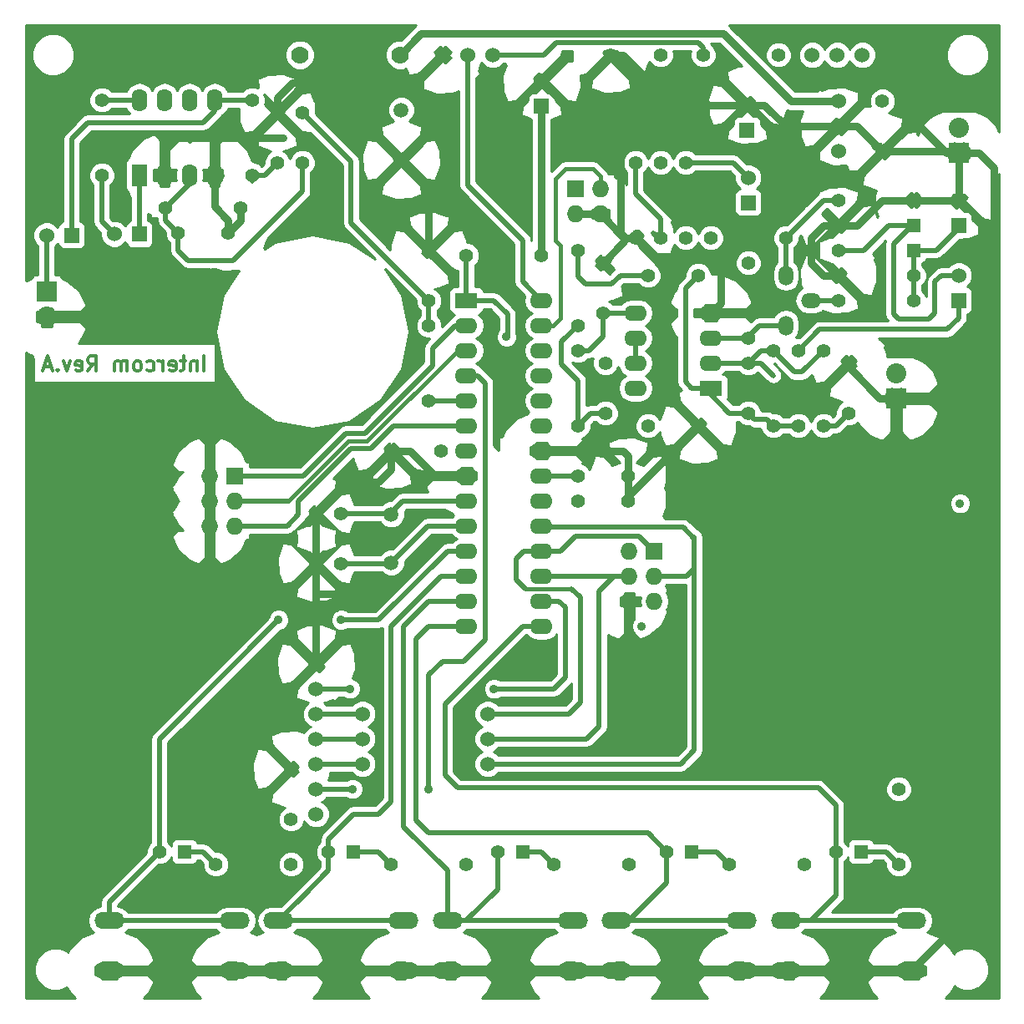
<source format=gbl>
%FSLAX34Y34*%
G04 Gerber Fmt 3.4, Leading zero omitted, Abs format*
G04 (created by PCBNEW (2014-03-19 BZR 4756)-product) date Sat 27 Dec 2014 10:23:05 GMT*
%MOIN*%
G01*
G70*
G90*
G04 APERTURE LIST*
%ADD10C,0.005906*%
%ADD11C,0.011811*%
%ADD12C,0.060000*%
%ADD13O,0.078700X0.059100*%
%ADD14O,0.059100X0.078700*%
%ADD15R,0.060000X0.060000*%
%ADD16R,0.055000X0.055000*%
%ADD17C,0.055000*%
%ADD18O,0.090000X0.062000*%
%ADD19R,0.090000X0.062000*%
%ADD20C,0.070000*%
%ADD21R,0.062000X0.090000*%
%ADD22O,0.062000X0.090000*%
%ADD23C,0.059100*%
%ADD24R,0.080000X0.080000*%
%ADD25O,0.080000X0.080000*%
%ADD26R,0.068000X0.068000*%
%ADD27O,0.068000X0.068000*%
%ADD28O,0.120000X0.068000*%
%ADD29C,0.035000*%
%ADD30C,0.020000*%
%ADD31C,0.030000*%
%ADD32C,0.015000*%
%ADD33C,0.010000*%
G04 APERTURE END LIST*
G54D10*
G54D11*
X47027Y-31317D02*
X47027Y-30726D01*
X46746Y-30923D02*
X46746Y-31317D01*
X46746Y-30979D02*
X46718Y-30951D01*
X46662Y-30923D01*
X46577Y-30923D01*
X46521Y-30951D01*
X46493Y-31007D01*
X46493Y-31317D01*
X46296Y-30923D02*
X46071Y-30923D01*
X46212Y-30726D02*
X46212Y-31232D01*
X46184Y-31289D01*
X46127Y-31317D01*
X46071Y-31317D01*
X45649Y-31289D02*
X45706Y-31317D01*
X45818Y-31317D01*
X45874Y-31289D01*
X45902Y-31232D01*
X45902Y-31007D01*
X45874Y-30951D01*
X45818Y-30923D01*
X45706Y-30923D01*
X45649Y-30951D01*
X45621Y-31007D01*
X45621Y-31064D01*
X45902Y-31120D01*
X45368Y-31317D02*
X45368Y-30923D01*
X45368Y-31035D02*
X45340Y-30979D01*
X45312Y-30951D01*
X45256Y-30923D01*
X45199Y-30923D01*
X44749Y-31289D02*
X44806Y-31317D01*
X44918Y-31317D01*
X44974Y-31289D01*
X45002Y-31260D01*
X45031Y-31204D01*
X45031Y-31035D01*
X45002Y-30979D01*
X44974Y-30951D01*
X44918Y-30923D01*
X44806Y-30923D01*
X44749Y-30951D01*
X44412Y-31317D02*
X44468Y-31289D01*
X44496Y-31260D01*
X44524Y-31204D01*
X44524Y-31035D01*
X44496Y-30979D01*
X44468Y-30951D01*
X44412Y-30923D01*
X44328Y-30923D01*
X44271Y-30951D01*
X44243Y-30979D01*
X44215Y-31035D01*
X44215Y-31204D01*
X44243Y-31260D01*
X44271Y-31289D01*
X44328Y-31317D01*
X44412Y-31317D01*
X43962Y-31317D02*
X43962Y-30923D01*
X43962Y-30979D02*
X43934Y-30951D01*
X43878Y-30923D01*
X43793Y-30923D01*
X43737Y-30951D01*
X43709Y-31007D01*
X43709Y-31317D01*
X43709Y-31007D02*
X43681Y-30951D01*
X43625Y-30923D01*
X43540Y-30923D01*
X43484Y-30951D01*
X43456Y-31007D01*
X43456Y-31317D01*
X42387Y-31317D02*
X42584Y-31035D01*
X42725Y-31317D02*
X42725Y-30726D01*
X42500Y-30726D01*
X42443Y-30754D01*
X42415Y-30782D01*
X42387Y-30839D01*
X42387Y-30923D01*
X42415Y-30979D01*
X42443Y-31007D01*
X42500Y-31035D01*
X42725Y-31035D01*
X41909Y-31289D02*
X41965Y-31317D01*
X42078Y-31317D01*
X42134Y-31289D01*
X42162Y-31232D01*
X42162Y-31007D01*
X42134Y-30951D01*
X42078Y-30923D01*
X41965Y-30923D01*
X41909Y-30951D01*
X41881Y-31007D01*
X41881Y-31064D01*
X42162Y-31120D01*
X41684Y-30923D02*
X41544Y-31317D01*
X41403Y-30923D01*
X41178Y-31260D02*
X41150Y-31289D01*
X41178Y-31317D01*
X41206Y-31289D01*
X41178Y-31260D01*
X41178Y-31317D01*
X40925Y-31148D02*
X40644Y-31148D01*
X40981Y-31317D02*
X40784Y-30726D01*
X40587Y-31317D01*
G54D12*
X51500Y-49000D03*
X51500Y-48000D03*
X51500Y-47000D03*
X51500Y-46000D03*
X51500Y-45000D03*
X51500Y-44000D03*
X51500Y-43000D03*
X72350Y-21550D03*
X72350Y-20550D03*
X72350Y-22550D03*
X72300Y-18700D03*
X73300Y-18700D03*
X71300Y-18700D03*
X57550Y-18700D03*
X56550Y-18700D03*
X58550Y-18700D03*
G54D13*
X71250Y-28500D03*
G54D14*
X70250Y-27500D03*
X70250Y-29500D03*
G54D15*
X68750Y-24600D03*
G54D12*
X68750Y-23600D03*
G54D15*
X77150Y-25500D03*
G54D12*
X77150Y-24500D03*
G54D15*
X44450Y-25850D03*
G54D12*
X43450Y-25850D03*
G54D15*
X77150Y-28500D03*
G54D12*
X77150Y-27500D03*
G54D15*
X41750Y-25900D03*
G54D12*
X40750Y-25900D03*
G54D15*
X60500Y-20750D03*
G54D12*
X60500Y-19750D03*
G54D15*
X68700Y-21700D03*
G54D12*
X68700Y-20700D03*
G54D16*
X75350Y-26500D03*
G54D17*
X72350Y-26500D03*
G54D16*
X75350Y-25500D03*
G54D17*
X72350Y-25500D03*
G54D16*
X46250Y-50500D03*
G54D17*
X45250Y-50500D03*
G54D16*
X73250Y-50500D03*
G54D17*
X72250Y-50500D03*
G54D16*
X66500Y-50500D03*
G54D17*
X65500Y-50500D03*
G54D18*
X57500Y-29500D03*
X57500Y-30500D03*
X57500Y-31500D03*
X57500Y-32500D03*
X57500Y-33500D03*
X57500Y-34500D03*
X57500Y-35500D03*
X57500Y-36500D03*
X57500Y-37500D03*
X57500Y-38500D03*
X57500Y-39500D03*
X57500Y-40500D03*
X57500Y-41500D03*
G54D19*
X57500Y-28500D03*
G54D18*
X60500Y-41500D03*
X60500Y-40500D03*
X60500Y-39500D03*
X60500Y-38500D03*
X60500Y-37500D03*
X60500Y-36500D03*
X60500Y-35500D03*
X60500Y-34500D03*
X60500Y-33500D03*
X60500Y-32500D03*
X60500Y-31500D03*
X60500Y-30500D03*
X60500Y-29500D03*
X60500Y-28500D03*
G54D20*
X54850Y-18700D03*
X50850Y-18700D03*
G54D21*
X44450Y-23500D03*
G54D22*
X45450Y-23500D03*
X46450Y-23500D03*
X47450Y-23500D03*
X47450Y-20500D03*
X46450Y-20500D03*
X45450Y-20500D03*
X44450Y-20500D03*
G54D19*
X67250Y-32000D03*
G54D18*
X67250Y-31000D03*
X67250Y-30000D03*
X67250Y-29000D03*
X64250Y-29000D03*
X64250Y-30000D03*
X64250Y-31000D03*
X64250Y-32000D03*
G54D23*
X54500Y-37039D03*
X54500Y-38961D03*
G54D16*
X53000Y-50500D03*
G54D17*
X52000Y-50500D03*
G54D24*
X74650Y-32400D03*
G54D25*
X74650Y-31400D03*
G54D24*
X40750Y-28150D03*
G54D25*
X40750Y-29150D03*
G54D24*
X77150Y-22600D03*
G54D25*
X77150Y-21600D03*
G54D26*
X65000Y-38500D03*
G54D27*
X64000Y-38500D03*
X65000Y-39500D03*
X64000Y-39500D03*
X65000Y-40500D03*
X64000Y-40500D03*
G54D17*
X56000Y-28500D03*
X56000Y-26500D03*
X50950Y-23000D03*
X50950Y-21000D03*
X46000Y-25800D03*
X48000Y-25800D03*
G54D23*
X54900Y-22900D03*
X54900Y-20900D03*
G54D17*
X49950Y-23000D03*
X49950Y-21000D03*
X66750Y-33500D03*
X64750Y-33500D03*
X68750Y-33000D03*
X68750Y-31000D03*
X64750Y-27500D03*
X66750Y-27500D03*
X63050Y-31000D03*
X63050Y-33000D03*
X62950Y-27000D03*
X62950Y-29000D03*
X65250Y-18700D03*
X63250Y-18700D03*
X74100Y-20550D03*
X74100Y-22550D03*
X56500Y-34500D03*
X54500Y-34500D03*
X61950Y-36500D03*
X63950Y-36500D03*
X61950Y-35500D03*
X63950Y-35500D03*
X52500Y-37000D03*
X51500Y-37000D03*
X52500Y-39000D03*
X51500Y-39000D03*
G54D16*
X59750Y-50500D03*
G54D17*
X58750Y-50500D03*
G54D12*
X53350Y-46000D03*
X58350Y-46000D03*
X53350Y-45000D03*
X58350Y-45000D03*
X53350Y-47000D03*
X58350Y-47000D03*
G54D17*
X72750Y-33000D03*
X72750Y-31000D03*
X61000Y-51000D03*
X64000Y-51000D03*
X68000Y-51000D03*
X71000Y-51000D03*
X74750Y-51000D03*
X74750Y-48000D03*
X54500Y-51000D03*
X57500Y-51000D03*
X57500Y-26700D03*
X60500Y-26700D03*
X69950Y-18700D03*
X66950Y-18700D03*
X61950Y-30500D03*
X61950Y-33500D03*
X61950Y-29500D03*
X61950Y-26500D03*
X64250Y-26000D03*
X64250Y-23000D03*
X65250Y-26000D03*
X65250Y-23000D03*
X70750Y-33500D03*
X70750Y-30500D03*
X69750Y-33500D03*
X69750Y-30500D03*
X48950Y-20500D03*
X48950Y-23500D03*
X71750Y-30500D03*
X71750Y-33500D03*
X42950Y-20500D03*
X42950Y-23500D03*
X75350Y-27500D03*
X72350Y-27500D03*
X47500Y-51000D03*
X50500Y-51000D03*
X72350Y-28500D03*
X75350Y-28500D03*
X68750Y-30000D03*
X68750Y-27000D03*
X45500Y-24800D03*
X48500Y-24800D03*
X72350Y-24500D03*
X75350Y-24500D03*
X67250Y-26000D03*
X70250Y-26000D03*
X56000Y-29500D03*
X56000Y-32500D03*
X66250Y-26000D03*
X66250Y-23000D03*
G54D28*
X55000Y-53250D03*
X55000Y-55250D03*
X50000Y-53250D03*
X50000Y-55250D03*
X75250Y-53250D03*
X75250Y-55250D03*
X70250Y-53250D03*
X70250Y-55250D03*
X68500Y-53250D03*
X68500Y-55250D03*
X63500Y-53250D03*
X63500Y-55250D03*
X48250Y-53250D03*
X48250Y-55250D03*
X43250Y-53250D03*
X43250Y-55250D03*
X61750Y-53250D03*
X61750Y-55250D03*
X56750Y-53250D03*
X56750Y-55250D03*
G54D26*
X48250Y-35500D03*
G54D27*
X47250Y-35500D03*
X48250Y-36500D03*
X47250Y-36500D03*
X48250Y-37500D03*
X47250Y-37500D03*
G54D26*
X61850Y-24050D03*
G54D27*
X61850Y-25050D03*
X62850Y-24050D03*
X62850Y-25050D03*
G54D17*
X50500Y-49200D03*
X50500Y-47200D03*
G54D29*
X64500Y-41500D03*
X77200Y-36600D03*
X41000Y-53100D03*
X52700Y-40200D03*
X77000Y-43700D03*
X62675Y-21925D03*
X75600Y-21550D03*
X64700Y-44700D03*
X68400Y-44750D03*
X53900Y-22000D03*
X50000Y-41250D03*
X52500Y-41250D03*
X56000Y-48000D03*
X52950Y-48000D03*
X59100Y-29950D03*
X52850Y-44000D03*
X58600Y-44000D03*
G54D30*
X66250Y-23000D02*
X68150Y-23000D01*
X68150Y-23000D02*
X68750Y-23600D01*
X56000Y-28500D02*
X52900Y-25400D01*
X52900Y-22950D02*
X50950Y-21000D01*
X52900Y-25400D02*
X52900Y-22950D01*
X56000Y-29500D02*
X56000Y-28500D01*
G54D31*
X51500Y-40200D02*
X52700Y-40200D01*
X78550Y-43700D02*
X77000Y-43700D01*
X74100Y-22550D02*
X73100Y-21550D01*
X73100Y-21550D02*
X72350Y-21550D01*
X74100Y-22550D02*
X74050Y-22550D01*
X74050Y-22550D02*
X73800Y-22300D01*
X73800Y-22300D02*
X73800Y-22250D01*
X67525Y-26925D02*
X67525Y-26875D01*
X73150Y-23500D02*
X74100Y-22550D01*
X71500Y-23500D02*
X73150Y-23500D01*
X69400Y-25600D02*
X71500Y-23500D01*
X68800Y-25600D02*
X69400Y-25600D01*
X67525Y-26875D02*
X68800Y-25600D01*
X64250Y-26000D02*
X65000Y-26750D01*
X67650Y-28600D02*
X67250Y-29000D01*
X67650Y-27050D02*
X67650Y-28600D01*
X67350Y-26750D02*
X67525Y-26925D01*
X67525Y-26925D02*
X67650Y-27050D01*
X65000Y-26750D02*
X67350Y-26750D01*
X72350Y-25500D02*
X71750Y-25500D01*
X71750Y-27500D02*
X72350Y-27500D01*
X71250Y-27000D02*
X71750Y-27500D01*
X71250Y-26000D02*
X71250Y-27000D01*
X71750Y-25500D02*
X71250Y-26000D01*
X77150Y-22600D02*
X76650Y-22600D01*
X76650Y-22600D02*
X75600Y-21550D01*
X43250Y-55250D02*
X48250Y-55250D01*
X48250Y-55250D02*
X50000Y-55250D01*
X50000Y-55250D02*
X55000Y-55250D01*
X55000Y-55250D02*
X56750Y-55250D01*
X56750Y-55250D02*
X61750Y-55250D01*
X61750Y-55250D02*
X63500Y-55250D01*
X63500Y-55250D02*
X68500Y-55250D01*
X68500Y-55250D02*
X70250Y-55250D01*
X70250Y-55250D02*
X75250Y-55250D01*
X75250Y-55250D02*
X78550Y-51950D01*
X78550Y-51950D02*
X78550Y-43700D01*
X78550Y-43700D02*
X78550Y-37400D01*
X74650Y-32400D02*
X77550Y-32400D01*
X77550Y-32400D02*
X78550Y-31400D01*
X64000Y-40500D02*
X64000Y-44000D01*
X64000Y-44000D02*
X64700Y-44700D01*
X68400Y-44750D02*
X74050Y-39100D01*
X74050Y-39100D02*
X77250Y-39100D01*
X77250Y-39100D02*
X78550Y-37800D01*
X78550Y-37800D02*
X78550Y-37400D01*
X78550Y-37400D02*
X78550Y-31400D01*
X77950Y-22600D02*
X77150Y-22600D01*
X78550Y-31400D02*
X78550Y-23200D01*
X78550Y-23200D02*
X77950Y-22600D01*
X56000Y-26500D02*
X56000Y-24000D01*
X56000Y-24000D02*
X54900Y-22900D01*
X48500Y-24800D02*
X48500Y-25300D01*
X48500Y-25300D02*
X48000Y-25800D01*
X48000Y-25800D02*
X48000Y-25300D01*
X47450Y-24750D02*
X47450Y-23500D01*
X48000Y-25300D02*
X47450Y-24750D01*
X49950Y-20400D02*
X49950Y-21000D01*
X50550Y-19800D02*
X49950Y-20400D01*
X51700Y-19800D02*
X50550Y-19800D01*
X53900Y-22000D02*
X51700Y-19800D01*
X68700Y-20700D02*
X67150Y-20700D01*
X63750Y-18700D02*
X63250Y-18700D01*
X64600Y-19550D02*
X63750Y-18700D01*
X66000Y-19550D02*
X64600Y-19550D01*
X67150Y-20700D02*
X66000Y-19550D01*
X75350Y-24500D02*
X77150Y-24500D01*
X77150Y-24500D02*
X77150Y-22600D01*
X77150Y-22600D02*
X77100Y-22550D01*
X77100Y-22550D02*
X74100Y-22550D01*
X74100Y-22550D02*
X73800Y-22250D01*
X73800Y-22250D02*
X73100Y-21550D01*
X69400Y-20700D02*
X68700Y-20700D01*
X73100Y-21550D02*
X70250Y-21550D01*
X70250Y-21550D02*
X69400Y-20700D01*
X72750Y-31000D02*
X72750Y-31150D01*
X72750Y-31150D02*
X74000Y-32400D01*
X74000Y-32400D02*
X74650Y-32400D01*
X66750Y-33500D02*
X66800Y-33500D01*
X66800Y-33500D02*
X68600Y-35300D01*
X74650Y-33750D02*
X74650Y-32400D01*
X73100Y-35300D02*
X74650Y-33750D01*
X68600Y-35300D02*
X73100Y-35300D01*
X63950Y-36500D02*
X63950Y-36300D01*
X63950Y-36300D02*
X66750Y-33500D01*
X64250Y-26000D02*
X63850Y-26000D01*
X63650Y-22900D02*
X62675Y-21925D01*
X62675Y-21925D02*
X60500Y-19750D01*
X63650Y-25800D02*
X63650Y-22900D01*
X63850Y-26000D02*
X63650Y-25800D01*
X61850Y-25050D02*
X62850Y-25050D01*
X62850Y-25050D02*
X63800Y-26000D01*
X63800Y-26000D02*
X63800Y-26150D01*
X63800Y-26150D02*
X62950Y-27000D01*
X63950Y-35500D02*
X63950Y-36500D01*
X47450Y-22250D02*
X47450Y-23500D01*
X47700Y-22000D02*
X47450Y-22250D01*
X47950Y-22000D02*
X47700Y-22000D01*
X45950Y-22000D02*
X45450Y-22500D01*
X45450Y-22500D02*
X45450Y-23500D01*
X47950Y-22000D02*
X45950Y-22000D01*
X47450Y-23500D02*
X47700Y-23500D01*
X74100Y-24500D02*
X75350Y-24500D01*
X73100Y-25500D02*
X74100Y-24500D01*
X72350Y-25500D02*
X73100Y-25500D01*
X55250Y-34500D02*
X56250Y-35500D01*
X56250Y-35500D02*
X56700Y-35500D01*
X54500Y-34500D02*
X55250Y-34500D01*
X52750Y-35750D02*
X54000Y-35750D01*
X54000Y-35750D02*
X54500Y-35250D01*
X54500Y-35250D02*
X54500Y-34500D01*
X51500Y-37000D02*
X52750Y-35750D01*
X51500Y-39000D02*
X51500Y-37000D01*
X48950Y-22000D02*
X50200Y-22000D01*
X47950Y-22000D02*
X48950Y-22000D01*
X51500Y-39000D02*
X51500Y-40200D01*
X51500Y-40200D02*
X51500Y-43000D01*
X63750Y-34500D02*
X63950Y-34700D01*
X63950Y-34700D02*
X63950Y-35500D01*
X61600Y-34500D02*
X63750Y-34500D01*
X64250Y-26000D02*
X64250Y-25800D01*
X60450Y-34500D02*
X61600Y-34500D01*
X57500Y-35500D02*
X56700Y-35500D01*
X49950Y-21000D02*
X48950Y-22000D01*
X47250Y-35500D02*
X47250Y-35250D01*
G54D30*
X50950Y-23000D02*
X50950Y-24150D01*
X46000Y-26500D02*
X46000Y-25800D01*
X46400Y-26900D02*
X46000Y-26500D01*
X48200Y-26900D02*
X46400Y-26900D01*
X50950Y-24150D02*
X48200Y-26900D01*
X45500Y-24800D02*
X45500Y-25300D01*
X45500Y-25300D02*
X46000Y-25800D01*
X46450Y-23500D02*
X46450Y-23850D01*
X46450Y-23850D02*
X45500Y-24800D01*
X75350Y-26500D02*
X76250Y-26500D01*
X76250Y-26500D02*
X77150Y-25600D01*
X75350Y-27500D02*
X75350Y-28500D01*
X75350Y-26500D02*
X75350Y-27500D01*
X71750Y-33500D02*
X72250Y-33500D01*
X72250Y-33500D02*
X72750Y-33000D01*
X44450Y-23500D02*
X44450Y-25850D01*
X42950Y-23500D02*
X42950Y-25350D01*
X42950Y-25350D02*
X43450Y-25850D01*
X48950Y-23500D02*
X48950Y-23750D01*
X49450Y-23500D02*
X49950Y-23000D01*
X48950Y-23500D02*
X49450Y-23500D01*
X70750Y-30500D02*
X71600Y-29650D01*
X77150Y-29200D02*
X77150Y-28500D01*
X76700Y-29650D02*
X77150Y-29200D01*
X71600Y-29650D02*
X76700Y-29650D01*
X75350Y-25500D02*
X75300Y-25500D01*
X75300Y-25500D02*
X74550Y-26250D01*
X76450Y-27500D02*
X77150Y-27500D01*
X76200Y-27750D02*
X76450Y-27500D01*
X76200Y-29000D02*
X76200Y-27750D01*
X75950Y-29250D02*
X76200Y-29000D01*
X74750Y-29250D02*
X75950Y-29250D01*
X74550Y-29050D02*
X74750Y-29250D01*
X74550Y-26250D02*
X74550Y-29050D01*
X73350Y-26500D02*
X74350Y-25500D01*
X74350Y-25500D02*
X75350Y-25500D01*
X72350Y-26500D02*
X73350Y-26500D01*
X69750Y-33500D02*
X70750Y-33500D01*
X69500Y-33250D02*
X69750Y-33500D01*
X69000Y-33250D02*
X69500Y-33250D01*
X68750Y-33000D02*
X69000Y-33250D01*
X68000Y-33000D02*
X68750Y-33000D01*
X67250Y-32250D02*
X68000Y-33000D01*
X67250Y-32000D02*
X67250Y-32250D01*
X66250Y-28000D02*
X66250Y-31750D01*
X66250Y-31750D02*
X66500Y-32000D01*
X66500Y-32000D02*
X67250Y-32000D01*
X66750Y-27500D02*
X66250Y-28000D01*
X69750Y-30500D02*
X70600Y-31350D01*
X70900Y-31350D02*
X71750Y-30500D01*
X70600Y-31350D02*
X70900Y-31350D01*
X69250Y-30500D02*
X69750Y-30500D01*
X68750Y-31000D02*
X69250Y-30500D01*
X67250Y-31000D02*
X68750Y-31000D01*
X69250Y-31000D02*
X69750Y-31500D01*
X68750Y-31000D02*
X69250Y-31000D01*
X41750Y-25900D02*
X41750Y-22050D01*
X47450Y-20950D02*
X47450Y-20500D01*
X47000Y-21400D02*
X47450Y-20950D01*
X42400Y-21400D02*
X47000Y-21400D01*
X41750Y-22050D02*
X42400Y-21400D01*
X47450Y-20500D02*
X48950Y-20500D01*
X40750Y-28150D02*
X40750Y-25900D01*
X64750Y-27500D02*
X63650Y-27500D01*
X61950Y-27550D02*
X61950Y-26500D01*
X62250Y-27850D02*
X61950Y-27550D01*
X63300Y-27850D02*
X62250Y-27850D01*
X63650Y-27500D02*
X63300Y-27850D01*
X64950Y-25800D02*
X65200Y-26050D01*
X65250Y-25250D02*
X64250Y-24250D01*
X65250Y-26000D02*
X65250Y-25250D01*
X64250Y-24250D02*
X64250Y-23000D01*
X64250Y-30000D02*
X64250Y-31000D01*
X63050Y-33000D02*
X62450Y-33000D01*
X62450Y-33000D02*
X61950Y-33500D01*
X61950Y-33500D02*
X61950Y-31700D01*
X61950Y-31700D02*
X61300Y-31050D01*
X61300Y-31050D02*
X61300Y-30150D01*
X61300Y-30150D02*
X61950Y-29500D01*
X61950Y-30500D02*
X62400Y-30500D01*
X62950Y-29950D02*
X62950Y-29000D01*
X62400Y-30500D02*
X62950Y-29950D01*
X62950Y-29000D02*
X64250Y-29000D01*
G54D31*
X60500Y-26700D02*
X60500Y-20750D01*
X72350Y-20550D02*
X70450Y-20550D01*
X55700Y-17850D02*
X54850Y-18700D01*
X67750Y-17850D02*
X55700Y-17850D01*
X70450Y-20550D02*
X67750Y-17850D01*
G54D30*
X60450Y-35500D02*
X61950Y-35500D01*
X54961Y-36500D02*
X57500Y-36500D01*
X54461Y-37000D02*
X54961Y-36500D01*
X52500Y-37000D02*
X54461Y-37000D01*
X55961Y-37500D02*
X57500Y-37500D01*
X54461Y-39000D02*
X55961Y-37500D01*
X52500Y-39000D02*
X54461Y-39000D01*
X46250Y-50500D02*
X47000Y-50500D01*
X47000Y-50500D02*
X47500Y-51000D01*
X56750Y-53250D02*
X61750Y-53250D01*
X56750Y-53250D02*
X57500Y-53250D01*
X57500Y-53250D02*
X58750Y-52000D01*
X58750Y-52000D02*
X58750Y-50500D01*
X58750Y-52000D02*
X58750Y-50500D01*
X57500Y-53250D02*
X58750Y-52000D01*
X55000Y-41500D02*
X55000Y-49500D01*
X57500Y-40500D02*
X56000Y-40500D01*
X56000Y-40500D02*
X55000Y-41500D01*
X56750Y-51250D02*
X56750Y-53250D01*
X55000Y-49500D02*
X56750Y-51250D01*
X73250Y-50500D02*
X74250Y-50500D01*
X74250Y-50500D02*
X74750Y-51000D01*
X50000Y-53250D02*
X55000Y-53250D01*
X50000Y-53250D02*
X50950Y-52300D01*
X50950Y-52300D02*
X52000Y-51250D01*
X52000Y-51250D02*
X52000Y-50500D01*
X52000Y-51250D02*
X52000Y-50000D01*
X52000Y-50000D02*
X53000Y-49000D01*
X53000Y-49000D02*
X54000Y-49000D01*
X54000Y-49000D02*
X54500Y-48500D01*
X54500Y-48500D02*
X54500Y-41500D01*
X56500Y-39500D02*
X54500Y-41500D01*
X57500Y-39500D02*
X56500Y-39500D01*
X66500Y-50500D02*
X67500Y-50500D01*
X67500Y-50500D02*
X68000Y-51000D01*
X57500Y-38500D02*
X56750Y-38500D01*
X45250Y-46000D02*
X45250Y-50500D01*
X50000Y-41250D02*
X45250Y-46000D01*
X54000Y-41250D02*
X52500Y-41250D01*
X56750Y-38500D02*
X54000Y-41250D01*
X45250Y-50500D02*
X43250Y-52500D01*
X43250Y-52500D02*
X43250Y-53250D01*
X43250Y-53250D02*
X48250Y-53250D01*
X48250Y-35500D02*
X51000Y-35500D01*
X57050Y-29500D02*
X57500Y-29500D01*
X56150Y-30400D02*
X57050Y-29500D01*
X56150Y-31100D02*
X56150Y-30400D01*
X53450Y-33800D02*
X56150Y-31100D01*
X52700Y-33800D02*
X53450Y-33800D01*
X51000Y-35500D02*
X52700Y-33800D01*
X48250Y-36500D02*
X50400Y-36500D01*
G54D32*
X53526Y-34123D02*
X57150Y-30500D01*
X52776Y-34123D02*
X53526Y-34123D01*
X50400Y-36500D02*
X52776Y-34123D01*
G54D30*
X57150Y-30500D02*
X57500Y-30500D01*
X57500Y-30500D02*
X57150Y-30500D01*
X57950Y-31500D02*
X58250Y-31800D01*
X58250Y-31800D02*
X58250Y-42050D01*
X58250Y-42050D02*
X57400Y-42900D01*
X57400Y-42900D02*
X56550Y-42900D01*
X56550Y-42900D02*
X56000Y-43450D01*
X56000Y-43450D02*
X56000Y-48000D01*
X52950Y-48000D02*
X51500Y-48000D01*
X57500Y-31500D02*
X57950Y-31500D01*
X57500Y-32500D02*
X56000Y-32500D01*
X57550Y-18700D02*
X57550Y-23900D01*
X59750Y-27750D02*
X60500Y-28500D01*
X59750Y-26100D02*
X59750Y-27750D01*
X57550Y-23900D02*
X59750Y-26100D01*
X57500Y-28500D02*
X58600Y-28500D01*
X59150Y-29900D02*
X59100Y-29950D01*
X59150Y-29050D02*
X59150Y-29900D01*
X58600Y-28500D02*
X59150Y-29050D01*
X57500Y-26700D02*
X57500Y-28500D01*
G54D32*
X62850Y-24050D02*
X62850Y-23550D01*
X60950Y-29500D02*
X60500Y-29500D01*
X61250Y-29200D02*
X60950Y-29500D01*
X61250Y-26300D02*
X61250Y-29200D01*
X61050Y-26100D02*
X61250Y-26300D01*
X61050Y-23650D02*
X61050Y-26100D01*
X61450Y-23250D02*
X61050Y-23650D01*
X62550Y-23250D02*
X61450Y-23250D01*
X62850Y-23550D02*
X62550Y-23250D01*
X60500Y-29500D02*
X60750Y-29500D01*
G54D30*
X58600Y-44000D02*
X61000Y-44000D01*
X61000Y-44000D02*
X61450Y-43550D01*
X61450Y-43550D02*
X61450Y-40750D01*
X61450Y-40750D02*
X61200Y-40500D01*
X61200Y-40500D02*
X60500Y-40500D01*
X51500Y-44000D02*
X52850Y-44000D01*
X63400Y-39500D02*
X64000Y-39500D01*
X60500Y-39500D02*
X63400Y-39500D01*
X62300Y-46000D02*
X62800Y-45500D01*
X62800Y-45500D02*
X62800Y-40100D01*
X62800Y-40100D02*
X63400Y-39500D01*
X58350Y-46000D02*
X62300Y-46000D01*
X61250Y-38500D02*
X61850Y-37900D01*
X61850Y-37900D02*
X64400Y-37900D01*
X64400Y-37900D02*
X65000Y-38500D01*
X60500Y-38500D02*
X61250Y-38500D01*
X59800Y-38500D02*
X59500Y-38800D01*
X59500Y-38800D02*
X59500Y-39650D01*
X59500Y-39650D02*
X59850Y-40000D01*
G54D32*
X59850Y-40000D02*
X61700Y-40000D01*
G54D30*
X61700Y-40000D02*
X62050Y-40350D01*
X62050Y-40350D02*
X62050Y-44550D01*
X62050Y-44550D02*
X61600Y-45000D01*
X61600Y-45000D02*
X58350Y-45000D01*
X60500Y-38500D02*
X59800Y-38500D01*
X58350Y-47000D02*
X66050Y-47000D01*
X66600Y-46450D02*
X66600Y-38950D01*
X66050Y-47000D02*
X66600Y-46450D01*
X66300Y-39500D02*
X66600Y-39200D01*
X66600Y-39200D02*
X66600Y-38950D01*
X66600Y-38950D02*
X66600Y-37950D01*
X66600Y-38000D02*
X66150Y-37550D01*
X66150Y-37550D02*
X60500Y-37550D01*
X65000Y-39500D02*
X66300Y-39500D01*
X70250Y-27500D02*
X70250Y-26000D01*
X70250Y-26000D02*
X71750Y-24500D01*
X71750Y-24500D02*
X72350Y-24500D01*
X68750Y-30000D02*
X68750Y-29950D01*
X68750Y-29950D02*
X69200Y-29500D01*
X69200Y-29500D02*
X70250Y-29500D01*
X67250Y-30000D02*
X68750Y-30000D01*
X71250Y-28500D02*
X72350Y-28500D01*
X42950Y-20500D02*
X44450Y-20500D01*
X58550Y-18700D02*
X60600Y-18700D01*
X66950Y-18400D02*
X66950Y-18700D01*
X66750Y-18200D02*
X66950Y-18400D01*
X61099Y-18200D02*
X66750Y-18200D01*
X60600Y-18700D02*
X61099Y-18200D01*
X51500Y-46000D02*
X53350Y-46000D01*
X51500Y-45000D02*
X53350Y-45000D01*
X51500Y-47000D02*
X53350Y-47000D01*
X53000Y-50500D02*
X54000Y-50500D01*
X54000Y-50500D02*
X54500Y-51000D01*
X63500Y-53250D02*
X68500Y-53250D01*
X63500Y-53250D02*
X64000Y-53250D01*
X64000Y-53250D02*
X65500Y-51750D01*
X65500Y-51750D02*
X65500Y-50500D01*
X55500Y-42000D02*
X55500Y-49250D01*
X57500Y-41500D02*
X56000Y-41500D01*
X56000Y-41500D02*
X55500Y-42000D01*
X64750Y-49750D02*
X65500Y-50500D01*
X56000Y-49750D02*
X64750Y-49750D01*
X55500Y-49250D02*
X56000Y-49750D01*
X60500Y-41500D02*
X59750Y-41500D01*
X72250Y-48650D02*
X72250Y-50500D01*
X71550Y-47950D02*
X72250Y-48650D01*
X57150Y-47950D02*
X71550Y-47950D01*
X56650Y-47450D02*
X57150Y-47950D01*
X56650Y-44600D02*
X56650Y-47450D01*
X59750Y-41500D02*
X56650Y-44600D01*
X70250Y-53250D02*
X71250Y-53250D01*
X72250Y-52250D02*
X72250Y-50500D01*
X71250Y-53250D02*
X72250Y-52250D01*
X70250Y-53250D02*
X75250Y-53250D01*
X60500Y-41500D02*
X60450Y-41500D01*
X48250Y-37500D02*
X50350Y-37500D01*
X54600Y-33500D02*
X57500Y-33500D01*
X53700Y-34400D02*
X54600Y-33500D01*
X52900Y-34400D02*
X53700Y-34400D01*
X50800Y-36500D02*
X52900Y-34400D01*
X50800Y-37050D02*
X50800Y-36500D01*
X50350Y-37500D02*
X50800Y-37050D01*
X59750Y-50500D02*
X60500Y-50500D01*
X60500Y-50500D02*
X61000Y-51000D01*
G54D10*
G36*
X60105Y-31999D02*
X59950Y-32104D01*
X59828Y-32285D01*
X59786Y-32500D01*
X59828Y-32714D01*
X59950Y-32895D01*
X59997Y-32927D01*
X59943Y-32927D01*
X59943Y-33003D01*
X59469Y-33208D01*
X59042Y-33647D01*
X58909Y-33943D01*
X58787Y-33943D01*
X58787Y-34472D01*
X58600Y-34279D01*
X58600Y-31800D01*
X58573Y-31666D01*
X58573Y-31666D01*
X58497Y-31552D01*
X58197Y-31252D01*
X58109Y-31193D01*
X58049Y-31104D01*
X57894Y-31000D01*
X58049Y-30895D01*
X58171Y-30714D01*
X58213Y-30500D01*
X58171Y-30285D01*
X58049Y-30104D01*
X57894Y-30000D01*
X58049Y-29895D01*
X58171Y-29714D01*
X58213Y-29500D01*
X58171Y-29285D01*
X58049Y-29104D01*
X57983Y-29060D01*
X57999Y-29060D01*
X58091Y-29021D01*
X58161Y-28951D01*
X58200Y-28859D01*
X58200Y-28850D01*
X58455Y-28850D01*
X58800Y-29194D01*
X58800Y-29648D01*
X58739Y-29708D01*
X58675Y-29865D01*
X58674Y-30034D01*
X58739Y-30190D01*
X58858Y-30310D01*
X59015Y-30374D01*
X59184Y-30375D01*
X59340Y-30310D01*
X59460Y-30191D01*
X59524Y-30034D01*
X59525Y-29865D01*
X59500Y-29805D01*
X59500Y-29050D01*
X59473Y-28916D01*
X59397Y-28802D01*
X58847Y-28252D01*
X58733Y-28176D01*
X58600Y-28150D01*
X58200Y-28150D01*
X58200Y-28140D01*
X58161Y-28048D01*
X58091Y-27978D01*
X57999Y-27940D01*
X57900Y-27940D01*
X57850Y-27940D01*
X57850Y-27092D01*
X57944Y-26997D01*
X58024Y-26804D01*
X58025Y-26596D01*
X57945Y-26403D01*
X57797Y-26255D01*
X57604Y-26175D01*
X57523Y-26175D01*
X57520Y-26119D01*
X57344Y-25693D01*
X56977Y-25717D01*
X56806Y-25887D01*
X56806Y-25155D01*
X56472Y-25035D01*
X56472Y-23125D01*
X56439Y-22506D01*
X56266Y-22089D01*
X55898Y-22110D01*
X55710Y-22298D01*
X55710Y-21533D01*
X55213Y-21358D01*
X55362Y-21209D01*
X55445Y-21008D01*
X55445Y-20791D01*
X55362Y-20591D01*
X55209Y-20437D01*
X55008Y-20354D01*
X54791Y-20354D01*
X54591Y-20437D01*
X54437Y-20590D01*
X54354Y-20791D01*
X54354Y-21008D01*
X54437Y-21208D01*
X54585Y-21356D01*
X54506Y-21360D01*
X54089Y-21533D01*
X54110Y-21901D01*
X54900Y-22691D01*
X55689Y-21901D01*
X55710Y-21533D01*
X55710Y-22298D01*
X55108Y-22900D01*
X55898Y-23689D01*
X56266Y-23710D01*
X56472Y-23125D01*
X56472Y-25035D01*
X56230Y-24949D01*
X55710Y-24974D01*
X55710Y-24266D01*
X55689Y-23898D01*
X54900Y-23108D01*
X54691Y-23317D01*
X54691Y-22900D01*
X53901Y-22110D01*
X53533Y-22089D01*
X53327Y-22674D01*
X53360Y-23293D01*
X53533Y-23710D01*
X53901Y-23689D01*
X54691Y-22900D01*
X54691Y-23317D01*
X54110Y-23898D01*
X54089Y-24266D01*
X54674Y-24472D01*
X55293Y-24439D01*
X55710Y-24266D01*
X55710Y-24974D01*
X55619Y-24979D01*
X55193Y-25155D01*
X55217Y-25522D01*
X56000Y-26305D01*
X56782Y-25522D01*
X56806Y-25155D01*
X56806Y-25887D01*
X56194Y-26500D01*
X56977Y-27282D01*
X57150Y-27294D01*
X57150Y-27940D01*
X57000Y-27940D01*
X56908Y-27978D01*
X56838Y-28048D01*
X56800Y-28140D01*
X56800Y-28239D01*
X56800Y-28859D01*
X56838Y-28951D01*
X56908Y-29021D01*
X57000Y-29060D01*
X57016Y-29060D01*
X56950Y-29104D01*
X56890Y-29193D01*
X56802Y-29252D01*
X56524Y-29530D01*
X56525Y-29396D01*
X56445Y-29203D01*
X56350Y-29107D01*
X56350Y-28892D01*
X56444Y-28797D01*
X56524Y-28604D01*
X56525Y-28396D01*
X56445Y-28203D01*
X56297Y-28055D01*
X56232Y-28028D01*
X56380Y-28020D01*
X56806Y-27844D01*
X56782Y-27477D01*
X56000Y-26694D01*
X55902Y-26791D01*
X55708Y-26597D01*
X55805Y-26500D01*
X55022Y-25717D01*
X54655Y-25693D01*
X54449Y-26269D01*
X54458Y-26463D01*
X53250Y-25255D01*
X53250Y-22950D01*
X53223Y-22816D01*
X53223Y-22816D01*
X53147Y-22702D01*
X51491Y-21046D01*
X51470Y-20619D01*
X51450Y-20569D01*
X51450Y-18581D01*
X51358Y-18360D01*
X51190Y-18191D01*
X50969Y-18100D01*
X50731Y-18099D01*
X50510Y-18191D01*
X50341Y-18359D01*
X50250Y-18580D01*
X50249Y-18818D01*
X50341Y-19039D01*
X50509Y-19208D01*
X50730Y-19299D01*
X50968Y-19300D01*
X51189Y-19208D01*
X51358Y-19040D01*
X51449Y-18819D01*
X51450Y-18581D01*
X51450Y-20569D01*
X51294Y-20193D01*
X50927Y-20217D01*
X50144Y-21000D01*
X50927Y-21782D01*
X51259Y-21804D01*
X52550Y-23094D01*
X52550Y-25400D01*
X52576Y-25533D01*
X52652Y-25647D01*
X53858Y-26853D01*
X52833Y-26168D01*
X51350Y-25873D01*
X49866Y-26168D01*
X49440Y-26453D01*
X49409Y-26423D01*
X49543Y-26051D01*
X51197Y-24397D01*
X51273Y-24283D01*
X51273Y-24283D01*
X51300Y-24150D01*
X51300Y-23392D01*
X51394Y-23297D01*
X51474Y-23104D01*
X51475Y-22896D01*
X51395Y-22703D01*
X51247Y-22555D01*
X51054Y-22475D01*
X50846Y-22474D01*
X50653Y-22554D01*
X50505Y-22702D01*
X50449Y-22835D01*
X50395Y-22703D01*
X50247Y-22555D01*
X50182Y-22528D01*
X50330Y-22520D01*
X50756Y-22344D01*
X50732Y-21977D01*
X49950Y-21194D01*
X49167Y-21977D01*
X49143Y-22344D01*
X49688Y-22539D01*
X49653Y-22554D01*
X49505Y-22702D01*
X49425Y-22895D01*
X49424Y-23030D01*
X49323Y-23131D01*
X49247Y-23055D01*
X49054Y-22975D01*
X49022Y-22975D01*
X49022Y-22943D01*
X48946Y-22943D01*
X48741Y-22469D01*
X48302Y-22042D01*
X47847Y-21838D01*
X47605Y-22112D01*
X47605Y-23275D01*
X47760Y-23275D01*
X47760Y-23428D01*
X47693Y-23455D01*
X47710Y-23725D01*
X47605Y-23725D01*
X47605Y-23950D01*
X47295Y-23950D01*
X47295Y-23725D01*
X46995Y-23725D01*
X47010Y-23653D01*
X47010Y-23346D01*
X46995Y-23275D01*
X47295Y-23275D01*
X47295Y-22112D01*
X47052Y-21838D01*
X46597Y-22042D01*
X46449Y-22186D01*
X46302Y-22042D01*
X45847Y-21838D01*
X45605Y-22112D01*
X45605Y-23275D01*
X45904Y-23275D01*
X45890Y-23346D01*
X45890Y-23653D01*
X45904Y-23725D01*
X45605Y-23725D01*
X45605Y-23950D01*
X45295Y-23950D01*
X45295Y-23725D01*
X45010Y-23725D01*
X45010Y-23275D01*
X45295Y-23275D01*
X45295Y-22112D01*
X45052Y-21838D01*
X44597Y-22042D01*
X44158Y-22469D01*
X43999Y-22837D01*
X43998Y-22838D01*
X43928Y-22908D01*
X43890Y-23000D01*
X43890Y-23099D01*
X43890Y-23999D01*
X43928Y-24091D01*
X43998Y-24161D01*
X43999Y-24162D01*
X44100Y-24394D01*
X44100Y-25300D01*
X44008Y-25338D01*
X43938Y-25408D01*
X43900Y-25500D01*
X43900Y-25522D01*
X43761Y-25384D01*
X43559Y-25300D01*
X43394Y-25299D01*
X43300Y-25205D01*
X43300Y-23892D01*
X43394Y-23797D01*
X43474Y-23604D01*
X43475Y-23396D01*
X43395Y-23203D01*
X43247Y-23055D01*
X43054Y-22975D01*
X42846Y-22974D01*
X42653Y-23054D01*
X42505Y-23202D01*
X42425Y-23395D01*
X42424Y-23603D01*
X42504Y-23797D01*
X42600Y-23892D01*
X42600Y-25350D01*
X42626Y-25483D01*
X42702Y-25597D01*
X42900Y-25795D01*
X42899Y-25958D01*
X42983Y-26161D01*
X43138Y-26315D01*
X43340Y-26399D01*
X43558Y-26400D01*
X43761Y-26316D01*
X43900Y-26177D01*
X43900Y-26199D01*
X43938Y-26291D01*
X44008Y-26361D01*
X44100Y-26400D01*
X44199Y-26400D01*
X44799Y-26400D01*
X44891Y-26361D01*
X44961Y-26291D01*
X45000Y-26199D01*
X45000Y-26100D01*
X45000Y-25500D01*
X44961Y-25408D01*
X44891Y-25338D01*
X44800Y-25300D01*
X44800Y-25048D01*
X44893Y-25090D01*
X44893Y-25212D01*
X45150Y-25212D01*
X45150Y-25300D01*
X45176Y-25433D01*
X45252Y-25547D01*
X45475Y-25770D01*
X45474Y-25903D01*
X45554Y-26097D01*
X45650Y-26192D01*
X45650Y-26500D01*
X45676Y-26633D01*
X45752Y-26747D01*
X46152Y-27147D01*
X46266Y-27223D01*
X46266Y-27223D01*
X46400Y-27250D01*
X47234Y-27250D01*
X47285Y-27301D01*
X47336Y-27250D01*
X47488Y-27250D01*
X47769Y-27350D01*
X48380Y-27320D01*
X48407Y-27309D01*
X47768Y-28266D01*
X47473Y-29750D01*
X47768Y-31233D01*
X48608Y-32491D01*
X49866Y-33331D01*
X51350Y-33626D01*
X52833Y-33331D01*
X54091Y-32491D01*
X54931Y-31233D01*
X55226Y-29750D01*
X54931Y-28266D01*
X54246Y-27241D01*
X55475Y-28470D01*
X55474Y-28603D01*
X55554Y-28797D01*
X55650Y-28892D01*
X55650Y-29107D01*
X55555Y-29202D01*
X55475Y-29395D01*
X55474Y-29603D01*
X55554Y-29797D01*
X55702Y-29944D01*
X55895Y-30024D01*
X56029Y-30025D01*
X55902Y-30152D01*
X55826Y-30266D01*
X55800Y-30400D01*
X55800Y-30955D01*
X53305Y-33450D01*
X52700Y-33450D01*
X52566Y-33476D01*
X52452Y-33552D01*
X50855Y-35150D01*
X48852Y-35150D01*
X48852Y-34943D01*
X48728Y-34943D01*
X48519Y-34522D01*
X48049Y-34110D01*
X47667Y-33952D01*
X47420Y-34224D01*
X47420Y-35224D01*
X47420Y-35330D01*
X47420Y-35670D01*
X47420Y-36224D01*
X47420Y-36330D01*
X47420Y-36670D01*
X47420Y-36775D01*
X47420Y-37330D01*
X47420Y-37670D01*
X47420Y-37775D01*
X47420Y-38775D01*
X47667Y-39047D01*
X48049Y-38889D01*
X48519Y-38477D01*
X48728Y-38056D01*
X48852Y-38056D01*
X48852Y-37850D01*
X50350Y-37850D01*
X50483Y-37823D01*
X50483Y-37823D01*
X50597Y-37747D01*
X51047Y-37297D01*
X51123Y-37183D01*
X51123Y-37183D01*
X51123Y-37181D01*
X51305Y-37000D01*
X51208Y-36902D01*
X51402Y-36708D01*
X51500Y-36805D01*
X52282Y-36022D01*
X52306Y-35655D01*
X52183Y-35611D01*
X52976Y-34818D01*
X52979Y-34880D01*
X53155Y-35306D01*
X53522Y-35282D01*
X54305Y-34500D01*
X54208Y-34402D01*
X54402Y-34208D01*
X54500Y-34305D01*
X54597Y-34208D01*
X54791Y-34402D01*
X54694Y-34500D01*
X55477Y-35282D01*
X55844Y-35306D01*
X55898Y-35155D01*
X56112Y-35345D01*
X57275Y-35345D01*
X57275Y-35190D01*
X57725Y-35190D01*
X57725Y-35345D01*
X57900Y-35345D01*
X57900Y-35655D01*
X57725Y-35655D01*
X57725Y-35810D01*
X57275Y-35810D01*
X57275Y-35655D01*
X56112Y-35655D01*
X55838Y-35897D01*
X55951Y-36150D01*
X55306Y-36150D01*
X55306Y-35844D01*
X55282Y-35477D01*
X54500Y-34694D01*
X53717Y-35477D01*
X53693Y-35844D01*
X54269Y-36050D01*
X54880Y-36020D01*
X55306Y-35844D01*
X55306Y-36150D01*
X54961Y-36150D01*
X54827Y-36176D01*
X54713Y-36252D01*
X54472Y-36493D01*
X54391Y-36493D01*
X54191Y-36576D01*
X54117Y-36650D01*
X53022Y-36650D01*
X53020Y-36619D01*
X52844Y-36193D01*
X52477Y-36217D01*
X51694Y-37000D01*
X52477Y-37782D01*
X52844Y-37806D01*
X53007Y-37350D01*
X54039Y-37350D01*
X54190Y-37501D01*
X54391Y-37584D01*
X54608Y-37584D01*
X54808Y-37501D01*
X54962Y-37348D01*
X55045Y-37147D01*
X55045Y-36930D01*
X55039Y-36916D01*
X55105Y-36850D01*
X56605Y-36850D01*
X56943Y-36996D01*
X56943Y-37072D01*
X56997Y-37072D01*
X56950Y-37104D01*
X56919Y-37150D01*
X55961Y-37150D01*
X55827Y-37176D01*
X55713Y-37252D01*
X54550Y-38415D01*
X54391Y-38415D01*
X54191Y-38498D01*
X54039Y-38650D01*
X53022Y-38650D01*
X53020Y-38619D01*
X52844Y-38193D01*
X52477Y-38217D01*
X52306Y-38387D01*
X52306Y-38344D01*
X52284Y-38000D01*
X52306Y-37655D01*
X51768Y-37462D01*
X51500Y-37194D01*
X51220Y-37474D01*
X51119Y-37479D01*
X50693Y-37655D01*
X50715Y-38000D01*
X50693Y-38344D01*
X51231Y-38537D01*
X51500Y-38805D01*
X51779Y-38525D01*
X51880Y-38520D01*
X52306Y-38344D01*
X52306Y-38387D01*
X51694Y-39000D01*
X52477Y-39782D01*
X52844Y-39806D01*
X53007Y-39350D01*
X54117Y-39350D01*
X54190Y-39423D01*
X54391Y-39506D01*
X54608Y-39506D01*
X54808Y-39423D01*
X54962Y-39270D01*
X55045Y-39069D01*
X55045Y-38910D01*
X56105Y-37850D01*
X56919Y-37850D01*
X56950Y-37895D01*
X57105Y-37999D01*
X56950Y-38104D01*
X56919Y-38150D01*
X56750Y-38150D01*
X56616Y-38176D01*
X56502Y-38252D01*
X53855Y-40900D01*
X52751Y-40900D01*
X52741Y-40889D01*
X52584Y-40825D01*
X52415Y-40824D01*
X52306Y-40870D01*
X52306Y-40344D01*
X52282Y-39977D01*
X51500Y-39194D01*
X51305Y-39388D01*
X51305Y-39000D01*
X50522Y-38217D01*
X50155Y-38193D01*
X49949Y-38769D01*
X49979Y-39380D01*
X50155Y-39806D01*
X50522Y-39782D01*
X51305Y-39000D01*
X51305Y-39388D01*
X50717Y-39977D01*
X50693Y-40344D01*
X51269Y-40550D01*
X51880Y-40520D01*
X52306Y-40344D01*
X52306Y-40870D01*
X52259Y-40889D01*
X52139Y-41008D01*
X52075Y-41165D01*
X52074Y-41334D01*
X52139Y-41490D01*
X52258Y-41610D01*
X52263Y-41611D01*
X51724Y-41422D01*
X51103Y-41456D01*
X50689Y-41628D01*
X50708Y-41996D01*
X51500Y-42787D01*
X52291Y-41996D01*
X52310Y-41631D01*
X52415Y-41674D01*
X52584Y-41675D01*
X52740Y-41610D01*
X52750Y-41600D01*
X54000Y-41600D01*
X54133Y-41573D01*
X54133Y-41573D01*
X54150Y-41562D01*
X54150Y-48355D01*
X53900Y-48604D01*
X53900Y-46891D01*
X53816Y-46688D01*
X53661Y-46534D01*
X53580Y-46500D01*
X53661Y-46466D01*
X53815Y-46311D01*
X53899Y-46109D01*
X53900Y-45891D01*
X53816Y-45688D01*
X53661Y-45534D01*
X53580Y-45500D01*
X53661Y-45466D01*
X53815Y-45311D01*
X53899Y-45109D01*
X53900Y-44891D01*
X53816Y-44688D01*
X53661Y-44534D01*
X53459Y-44450D01*
X53241Y-44449D01*
X53038Y-44533D01*
X52922Y-44650D01*
X51927Y-44650D01*
X51824Y-44547D01*
X51896Y-44543D01*
X52150Y-44437D01*
X52232Y-44519D01*
X52401Y-44350D01*
X52598Y-44350D01*
X52608Y-44360D01*
X52765Y-44424D01*
X52934Y-44425D01*
X53090Y-44360D01*
X53210Y-44241D01*
X53274Y-44084D01*
X53275Y-43915D01*
X53210Y-43759D01*
X53091Y-43639D01*
X52951Y-43582D01*
X53077Y-43224D01*
X53043Y-42603D01*
X52871Y-42189D01*
X52503Y-42208D01*
X51712Y-43000D01*
X51818Y-43106D01*
X51606Y-43318D01*
X51500Y-43212D01*
X51287Y-43424D01*
X51287Y-43000D01*
X50496Y-42208D01*
X50128Y-42189D01*
X49922Y-42775D01*
X49956Y-43396D01*
X50128Y-43810D01*
X50496Y-43791D01*
X51287Y-43000D01*
X51287Y-43424D01*
X50708Y-44003D01*
X50689Y-44371D01*
X51178Y-44543D01*
X51034Y-44688D01*
X50950Y-44890D01*
X50949Y-45108D01*
X51033Y-45311D01*
X51188Y-45465D01*
X51269Y-45499D01*
X51188Y-45533D01*
X51034Y-45688D01*
X51008Y-45748D01*
X50730Y-45649D01*
X50119Y-45679D01*
X49693Y-45855D01*
X49717Y-46222D01*
X50500Y-47005D01*
X50597Y-46908D01*
X50791Y-47102D01*
X50694Y-47200D01*
X50791Y-47297D01*
X50597Y-47491D01*
X50500Y-47394D01*
X50305Y-47588D01*
X50305Y-47200D01*
X49522Y-46417D01*
X49155Y-46393D01*
X48949Y-46969D01*
X48979Y-47580D01*
X49155Y-48006D01*
X49522Y-47982D01*
X50305Y-47200D01*
X50305Y-47588D01*
X49717Y-48177D01*
X49693Y-48544D01*
X50238Y-48739D01*
X50203Y-48754D01*
X50055Y-48902D01*
X49975Y-49095D01*
X49974Y-49303D01*
X50054Y-49497D01*
X50202Y-49644D01*
X50395Y-49724D01*
X50603Y-49725D01*
X50797Y-49645D01*
X50944Y-49497D01*
X51024Y-49304D01*
X51024Y-49290D01*
X51033Y-49311D01*
X51188Y-49465D01*
X51390Y-49549D01*
X51608Y-49550D01*
X51811Y-49466D01*
X51965Y-49311D01*
X52049Y-49109D01*
X52050Y-48891D01*
X51966Y-48688D01*
X51811Y-48534D01*
X51730Y-48500D01*
X51811Y-48466D01*
X51927Y-48350D01*
X52698Y-48350D01*
X52708Y-48360D01*
X52865Y-48424D01*
X53034Y-48425D01*
X53190Y-48360D01*
X53310Y-48241D01*
X53374Y-48084D01*
X53375Y-47915D01*
X53310Y-47759D01*
X53191Y-47639D01*
X53034Y-47575D01*
X52865Y-47574D01*
X52709Y-47639D01*
X52699Y-47650D01*
X51972Y-47650D01*
X52050Y-47430D01*
X52046Y-47350D01*
X52922Y-47350D01*
X53038Y-47465D01*
X53240Y-47549D01*
X53458Y-47550D01*
X53661Y-47466D01*
X53815Y-47311D01*
X53899Y-47109D01*
X53900Y-46891D01*
X53900Y-48604D01*
X53855Y-48650D01*
X53000Y-48650D01*
X52866Y-48676D01*
X52752Y-48752D01*
X51752Y-49752D01*
X51676Y-49866D01*
X51650Y-50000D01*
X51650Y-50107D01*
X51555Y-50202D01*
X51475Y-50395D01*
X51474Y-50603D01*
X51554Y-50797D01*
X51650Y-50892D01*
X51650Y-51105D01*
X51025Y-51729D01*
X51025Y-50896D01*
X50945Y-50703D01*
X50797Y-50555D01*
X50604Y-50475D01*
X50396Y-50474D01*
X50203Y-50554D01*
X50055Y-50702D01*
X49975Y-50895D01*
X49974Y-51103D01*
X50054Y-51297D01*
X50202Y-51444D01*
X50395Y-51524D01*
X50603Y-51525D01*
X50797Y-51445D01*
X50944Y-51297D01*
X51024Y-51104D01*
X51025Y-50896D01*
X51025Y-51729D01*
X50702Y-52052D01*
X50095Y-52660D01*
X49723Y-52660D01*
X49497Y-52704D01*
X49306Y-52832D01*
X49178Y-53024D01*
X49133Y-53250D01*
X49178Y-53475D01*
X49306Y-53667D01*
X49369Y-53709D01*
X49125Y-53806D01*
X48880Y-53709D01*
X48943Y-53667D01*
X49071Y-53475D01*
X49116Y-53250D01*
X49071Y-53024D01*
X48943Y-52832D01*
X48752Y-52704D01*
X48526Y-52660D01*
X47973Y-52660D01*
X47747Y-52704D01*
X47556Y-52832D01*
X47511Y-52900D01*
X43988Y-52900D01*
X43943Y-52832D01*
X43752Y-52704D01*
X43600Y-52674D01*
X43600Y-52644D01*
X45220Y-51024D01*
X45353Y-51025D01*
X45547Y-50945D01*
X45694Y-50797D01*
X45725Y-50725D01*
X45725Y-50824D01*
X45763Y-50916D01*
X45833Y-50986D01*
X45925Y-51025D01*
X46024Y-51025D01*
X46574Y-51025D01*
X46666Y-50986D01*
X46736Y-50916D01*
X46764Y-50850D01*
X46855Y-50850D01*
X46975Y-50970D01*
X46974Y-51103D01*
X47054Y-51297D01*
X47202Y-51444D01*
X47395Y-51524D01*
X47603Y-51525D01*
X47797Y-51445D01*
X47944Y-51297D01*
X48024Y-51104D01*
X48025Y-50896D01*
X47945Y-50703D01*
X47797Y-50555D01*
X47604Y-50475D01*
X47469Y-50474D01*
X47247Y-50252D01*
X47133Y-50176D01*
X47000Y-50150D01*
X46764Y-50150D01*
X46736Y-50083D01*
X46666Y-50013D01*
X46574Y-49975D01*
X46475Y-49975D01*
X45925Y-49975D01*
X45833Y-50013D01*
X45763Y-50083D01*
X45725Y-50175D01*
X45725Y-50274D01*
X45725Y-50274D01*
X45695Y-50203D01*
X45600Y-50107D01*
X45600Y-46144D01*
X50069Y-41675D01*
X50084Y-41675D01*
X50240Y-41610D01*
X50360Y-41491D01*
X50424Y-41334D01*
X50425Y-41165D01*
X50360Y-41009D01*
X50241Y-40889D01*
X50084Y-40825D01*
X49915Y-40824D01*
X49759Y-40889D01*
X49639Y-41008D01*
X49575Y-41165D01*
X49575Y-41179D01*
X47080Y-43675D01*
X47080Y-38775D01*
X47080Y-37775D01*
X47080Y-37670D01*
X47080Y-37330D01*
X47080Y-36775D01*
X47080Y-36670D01*
X47080Y-36330D01*
X47080Y-36224D01*
X47080Y-35670D01*
X47080Y-35330D01*
X47080Y-35224D01*
X47080Y-34224D01*
X46832Y-33952D01*
X46450Y-34110D01*
X45980Y-34522D01*
X45702Y-35082D01*
X45972Y-35330D01*
X46200Y-35330D01*
X45980Y-35522D01*
X45852Y-35779D01*
X45702Y-35917D01*
X45743Y-36000D01*
X45702Y-36082D01*
X45852Y-36220D01*
X45980Y-36477D01*
X46005Y-36500D01*
X45980Y-36522D01*
X45852Y-36779D01*
X45702Y-36917D01*
X45743Y-37000D01*
X45702Y-37082D01*
X45852Y-37220D01*
X45980Y-37477D01*
X46200Y-37670D01*
X45972Y-37670D01*
X45702Y-37917D01*
X45980Y-38477D01*
X46450Y-38889D01*
X46832Y-39047D01*
X47080Y-38775D01*
X47080Y-43675D01*
X45002Y-45752D01*
X44926Y-45866D01*
X44900Y-46000D01*
X44900Y-50107D01*
X44805Y-50202D01*
X44725Y-50395D01*
X44724Y-50530D01*
X43002Y-52252D01*
X42926Y-52366D01*
X42900Y-52500D01*
X42900Y-52674D01*
X42747Y-52704D01*
X42556Y-52832D01*
X42428Y-53024D01*
X42383Y-53250D01*
X42428Y-53475D01*
X42556Y-53667D01*
X42619Y-53709D01*
X42120Y-53907D01*
X41672Y-54342D01*
X41595Y-54506D01*
X41576Y-54487D01*
X41267Y-54359D01*
X40933Y-54359D01*
X40624Y-54487D01*
X40387Y-54723D01*
X40259Y-55032D01*
X40259Y-55366D01*
X40387Y-55675D01*
X40623Y-55912D01*
X40932Y-56040D01*
X41266Y-56040D01*
X41560Y-55918D01*
X41672Y-56157D01*
X41875Y-56353D01*
X39907Y-56353D01*
X39907Y-30573D01*
X39941Y-30602D01*
X40193Y-30707D01*
X40193Y-30812D01*
X40222Y-30812D01*
X40222Y-31772D01*
X47477Y-31772D01*
X47477Y-30209D01*
X42021Y-30209D01*
X42052Y-30182D01*
X42348Y-29605D01*
X42084Y-29350D01*
X40950Y-29350D01*
X40950Y-29550D01*
X40550Y-29550D01*
X40550Y-29350D01*
X40350Y-29350D01*
X40350Y-28950D01*
X40550Y-28950D01*
X40550Y-28800D01*
X40950Y-28800D01*
X40950Y-28950D01*
X42084Y-28950D01*
X42348Y-28694D01*
X42052Y-28117D01*
X41558Y-27697D01*
X41365Y-27617D01*
X41361Y-27608D01*
X41306Y-27552D01*
X41306Y-27487D01*
X41100Y-27487D01*
X41100Y-26327D01*
X41200Y-26227D01*
X41200Y-26249D01*
X41238Y-26341D01*
X41308Y-26411D01*
X41400Y-26450D01*
X41499Y-26450D01*
X42099Y-26450D01*
X42191Y-26411D01*
X42261Y-26341D01*
X42300Y-26249D01*
X42300Y-26150D01*
X42300Y-25550D01*
X42261Y-25458D01*
X42191Y-25388D01*
X42100Y-25350D01*
X42100Y-22194D01*
X42544Y-21750D01*
X47000Y-21750D01*
X47133Y-21723D01*
X47133Y-21723D01*
X47247Y-21647D01*
X47697Y-21197D01*
X47756Y-21109D01*
X47845Y-21049D01*
X47967Y-20868D01*
X47970Y-20850D01*
X48403Y-20850D01*
X48429Y-21380D01*
X48605Y-21806D01*
X48972Y-21782D01*
X49755Y-21000D01*
X49441Y-20685D01*
X49474Y-20604D01*
X49475Y-20396D01*
X49429Y-20284D01*
X49950Y-20805D01*
X50732Y-20022D01*
X50756Y-19655D01*
X50180Y-19449D01*
X49569Y-19479D01*
X49143Y-19655D01*
X49167Y-20021D01*
X49054Y-19975D01*
X48846Y-19974D01*
X48653Y-20054D01*
X48557Y-20150D01*
X47970Y-20150D01*
X47967Y-20131D01*
X47845Y-19950D01*
X47664Y-19828D01*
X47450Y-19786D01*
X47235Y-19828D01*
X47054Y-19950D01*
X46949Y-20105D01*
X46845Y-19950D01*
X46664Y-19828D01*
X46450Y-19786D01*
X46235Y-19828D01*
X46054Y-19950D01*
X45949Y-20105D01*
X45845Y-19950D01*
X45664Y-19828D01*
X45450Y-19786D01*
X45235Y-19828D01*
X45054Y-19950D01*
X44949Y-20105D01*
X44845Y-19950D01*
X44664Y-19828D01*
X44450Y-19786D01*
X44235Y-19828D01*
X44054Y-19950D01*
X43932Y-20131D01*
X43929Y-20150D01*
X43342Y-20150D01*
X43247Y-20055D01*
X43054Y-19975D01*
X42846Y-19974D01*
X42653Y-20054D01*
X42505Y-20202D01*
X42425Y-20395D01*
X42424Y-20603D01*
X42504Y-20797D01*
X42652Y-20944D01*
X42845Y-21024D01*
X43053Y-21025D01*
X43247Y-20945D01*
X43342Y-20850D01*
X43929Y-20850D01*
X43932Y-20868D01*
X44054Y-21049D01*
X44054Y-21050D01*
X42400Y-21050D01*
X42266Y-21076D01*
X42152Y-21152D01*
X41840Y-21464D01*
X41840Y-18533D01*
X41712Y-18224D01*
X41476Y-17987D01*
X41167Y-17859D01*
X40833Y-17859D01*
X40524Y-17987D01*
X40287Y-18223D01*
X40159Y-18532D01*
X40159Y-18866D01*
X40287Y-19175D01*
X40523Y-19412D01*
X40832Y-19540D01*
X41166Y-19540D01*
X41475Y-19412D01*
X41712Y-19176D01*
X41840Y-18867D01*
X41840Y-18533D01*
X41840Y-21464D01*
X41502Y-21802D01*
X41426Y-21916D01*
X41400Y-22050D01*
X41400Y-25350D01*
X41308Y-25388D01*
X41238Y-25458D01*
X41200Y-25550D01*
X41200Y-25572D01*
X41061Y-25434D01*
X40859Y-25350D01*
X40641Y-25349D01*
X40438Y-25433D01*
X40284Y-25588D01*
X40200Y-25790D01*
X40199Y-26008D01*
X40283Y-26211D01*
X40400Y-26327D01*
X40400Y-27487D01*
X40193Y-27487D01*
X40193Y-27552D01*
X40138Y-27608D01*
X40134Y-27617D01*
X39941Y-27697D01*
X39907Y-27726D01*
X39907Y-17523D01*
X55475Y-17523D01*
X55459Y-17539D01*
X55417Y-17567D01*
X54884Y-18100D01*
X54731Y-18099D01*
X54510Y-18191D01*
X54341Y-18359D01*
X54250Y-18580D01*
X54249Y-18818D01*
X54341Y-19039D01*
X54509Y-19208D01*
X54730Y-19299D01*
X54968Y-19300D01*
X55073Y-19256D01*
X55178Y-19510D01*
X55546Y-19491D01*
X56337Y-18700D01*
X56231Y-18593D01*
X56443Y-18381D01*
X56550Y-18487D01*
X56656Y-18381D01*
X56868Y-18593D01*
X56762Y-18700D01*
X56868Y-18806D01*
X56656Y-19018D01*
X56550Y-18912D01*
X55758Y-19703D01*
X55739Y-20071D01*
X56325Y-20277D01*
X56946Y-20243D01*
X57200Y-20138D01*
X57200Y-23900D01*
X57226Y-24033D01*
X57302Y-24147D01*
X59400Y-26244D01*
X59400Y-27750D01*
X59426Y-27883D01*
X59502Y-27997D01*
X59822Y-28317D01*
X59786Y-28500D01*
X59828Y-28714D01*
X59950Y-28895D01*
X60105Y-29000D01*
X59950Y-29104D01*
X59828Y-29285D01*
X59786Y-29500D01*
X59828Y-29714D01*
X59950Y-29895D01*
X60105Y-30000D01*
X59950Y-30104D01*
X59828Y-30285D01*
X59786Y-30500D01*
X59828Y-30714D01*
X59950Y-30895D01*
X60105Y-31000D01*
X59950Y-31104D01*
X59828Y-31285D01*
X59786Y-31500D01*
X59828Y-31714D01*
X59950Y-31895D01*
X60105Y-31999D01*
X60105Y-31999D01*
G37*
G54D33*
X60105Y-31999D02*
X59950Y-32104D01*
X59828Y-32285D01*
X59786Y-32500D01*
X59828Y-32714D01*
X59950Y-32895D01*
X59997Y-32927D01*
X59943Y-32927D01*
X59943Y-33003D01*
X59469Y-33208D01*
X59042Y-33647D01*
X58909Y-33943D01*
X58787Y-33943D01*
X58787Y-34472D01*
X58600Y-34279D01*
X58600Y-31800D01*
X58573Y-31666D01*
X58573Y-31666D01*
X58497Y-31552D01*
X58197Y-31252D01*
X58109Y-31193D01*
X58049Y-31104D01*
X57894Y-31000D01*
X58049Y-30895D01*
X58171Y-30714D01*
X58213Y-30500D01*
X58171Y-30285D01*
X58049Y-30104D01*
X57894Y-30000D01*
X58049Y-29895D01*
X58171Y-29714D01*
X58213Y-29500D01*
X58171Y-29285D01*
X58049Y-29104D01*
X57983Y-29060D01*
X57999Y-29060D01*
X58091Y-29021D01*
X58161Y-28951D01*
X58200Y-28859D01*
X58200Y-28850D01*
X58455Y-28850D01*
X58800Y-29194D01*
X58800Y-29648D01*
X58739Y-29708D01*
X58675Y-29865D01*
X58674Y-30034D01*
X58739Y-30190D01*
X58858Y-30310D01*
X59015Y-30374D01*
X59184Y-30375D01*
X59340Y-30310D01*
X59460Y-30191D01*
X59524Y-30034D01*
X59525Y-29865D01*
X59500Y-29805D01*
X59500Y-29050D01*
X59473Y-28916D01*
X59397Y-28802D01*
X58847Y-28252D01*
X58733Y-28176D01*
X58600Y-28150D01*
X58200Y-28150D01*
X58200Y-28140D01*
X58161Y-28048D01*
X58091Y-27978D01*
X57999Y-27940D01*
X57900Y-27940D01*
X57850Y-27940D01*
X57850Y-27092D01*
X57944Y-26997D01*
X58024Y-26804D01*
X58025Y-26596D01*
X57945Y-26403D01*
X57797Y-26255D01*
X57604Y-26175D01*
X57523Y-26175D01*
X57520Y-26119D01*
X57344Y-25693D01*
X56977Y-25717D01*
X56806Y-25887D01*
X56806Y-25155D01*
X56472Y-25035D01*
X56472Y-23125D01*
X56439Y-22506D01*
X56266Y-22089D01*
X55898Y-22110D01*
X55710Y-22298D01*
X55710Y-21533D01*
X55213Y-21358D01*
X55362Y-21209D01*
X55445Y-21008D01*
X55445Y-20791D01*
X55362Y-20591D01*
X55209Y-20437D01*
X55008Y-20354D01*
X54791Y-20354D01*
X54591Y-20437D01*
X54437Y-20590D01*
X54354Y-20791D01*
X54354Y-21008D01*
X54437Y-21208D01*
X54585Y-21356D01*
X54506Y-21360D01*
X54089Y-21533D01*
X54110Y-21901D01*
X54900Y-22691D01*
X55689Y-21901D01*
X55710Y-21533D01*
X55710Y-22298D01*
X55108Y-22900D01*
X55898Y-23689D01*
X56266Y-23710D01*
X56472Y-23125D01*
X56472Y-25035D01*
X56230Y-24949D01*
X55710Y-24974D01*
X55710Y-24266D01*
X55689Y-23898D01*
X54900Y-23108D01*
X54691Y-23317D01*
X54691Y-22900D01*
X53901Y-22110D01*
X53533Y-22089D01*
X53327Y-22674D01*
X53360Y-23293D01*
X53533Y-23710D01*
X53901Y-23689D01*
X54691Y-22900D01*
X54691Y-23317D01*
X54110Y-23898D01*
X54089Y-24266D01*
X54674Y-24472D01*
X55293Y-24439D01*
X55710Y-24266D01*
X55710Y-24974D01*
X55619Y-24979D01*
X55193Y-25155D01*
X55217Y-25522D01*
X56000Y-26305D01*
X56782Y-25522D01*
X56806Y-25155D01*
X56806Y-25887D01*
X56194Y-26500D01*
X56977Y-27282D01*
X57150Y-27294D01*
X57150Y-27940D01*
X57000Y-27940D01*
X56908Y-27978D01*
X56838Y-28048D01*
X56800Y-28140D01*
X56800Y-28239D01*
X56800Y-28859D01*
X56838Y-28951D01*
X56908Y-29021D01*
X57000Y-29060D01*
X57016Y-29060D01*
X56950Y-29104D01*
X56890Y-29193D01*
X56802Y-29252D01*
X56524Y-29530D01*
X56525Y-29396D01*
X56445Y-29203D01*
X56350Y-29107D01*
X56350Y-28892D01*
X56444Y-28797D01*
X56524Y-28604D01*
X56525Y-28396D01*
X56445Y-28203D01*
X56297Y-28055D01*
X56232Y-28028D01*
X56380Y-28020D01*
X56806Y-27844D01*
X56782Y-27477D01*
X56000Y-26694D01*
X55902Y-26791D01*
X55708Y-26597D01*
X55805Y-26500D01*
X55022Y-25717D01*
X54655Y-25693D01*
X54449Y-26269D01*
X54458Y-26463D01*
X53250Y-25255D01*
X53250Y-22950D01*
X53223Y-22816D01*
X53223Y-22816D01*
X53147Y-22702D01*
X51491Y-21046D01*
X51470Y-20619D01*
X51450Y-20569D01*
X51450Y-18581D01*
X51358Y-18360D01*
X51190Y-18191D01*
X50969Y-18100D01*
X50731Y-18099D01*
X50510Y-18191D01*
X50341Y-18359D01*
X50250Y-18580D01*
X50249Y-18818D01*
X50341Y-19039D01*
X50509Y-19208D01*
X50730Y-19299D01*
X50968Y-19300D01*
X51189Y-19208D01*
X51358Y-19040D01*
X51449Y-18819D01*
X51450Y-18581D01*
X51450Y-20569D01*
X51294Y-20193D01*
X50927Y-20217D01*
X50144Y-21000D01*
X50927Y-21782D01*
X51259Y-21804D01*
X52550Y-23094D01*
X52550Y-25400D01*
X52576Y-25533D01*
X52652Y-25647D01*
X53858Y-26853D01*
X52833Y-26168D01*
X51350Y-25873D01*
X49866Y-26168D01*
X49440Y-26453D01*
X49409Y-26423D01*
X49543Y-26051D01*
X51197Y-24397D01*
X51273Y-24283D01*
X51273Y-24283D01*
X51300Y-24150D01*
X51300Y-23392D01*
X51394Y-23297D01*
X51474Y-23104D01*
X51475Y-22896D01*
X51395Y-22703D01*
X51247Y-22555D01*
X51054Y-22475D01*
X50846Y-22474D01*
X50653Y-22554D01*
X50505Y-22702D01*
X50449Y-22835D01*
X50395Y-22703D01*
X50247Y-22555D01*
X50182Y-22528D01*
X50330Y-22520D01*
X50756Y-22344D01*
X50732Y-21977D01*
X49950Y-21194D01*
X49167Y-21977D01*
X49143Y-22344D01*
X49688Y-22539D01*
X49653Y-22554D01*
X49505Y-22702D01*
X49425Y-22895D01*
X49424Y-23030D01*
X49323Y-23131D01*
X49247Y-23055D01*
X49054Y-22975D01*
X49022Y-22975D01*
X49022Y-22943D01*
X48946Y-22943D01*
X48741Y-22469D01*
X48302Y-22042D01*
X47847Y-21838D01*
X47605Y-22112D01*
X47605Y-23275D01*
X47760Y-23275D01*
X47760Y-23428D01*
X47693Y-23455D01*
X47710Y-23725D01*
X47605Y-23725D01*
X47605Y-23950D01*
X47295Y-23950D01*
X47295Y-23725D01*
X46995Y-23725D01*
X47010Y-23653D01*
X47010Y-23346D01*
X46995Y-23275D01*
X47295Y-23275D01*
X47295Y-22112D01*
X47052Y-21838D01*
X46597Y-22042D01*
X46449Y-22186D01*
X46302Y-22042D01*
X45847Y-21838D01*
X45605Y-22112D01*
X45605Y-23275D01*
X45904Y-23275D01*
X45890Y-23346D01*
X45890Y-23653D01*
X45904Y-23725D01*
X45605Y-23725D01*
X45605Y-23950D01*
X45295Y-23950D01*
X45295Y-23725D01*
X45010Y-23725D01*
X45010Y-23275D01*
X45295Y-23275D01*
X45295Y-22112D01*
X45052Y-21838D01*
X44597Y-22042D01*
X44158Y-22469D01*
X43999Y-22837D01*
X43998Y-22838D01*
X43928Y-22908D01*
X43890Y-23000D01*
X43890Y-23099D01*
X43890Y-23999D01*
X43928Y-24091D01*
X43998Y-24161D01*
X43999Y-24162D01*
X44100Y-24394D01*
X44100Y-25300D01*
X44008Y-25338D01*
X43938Y-25408D01*
X43900Y-25500D01*
X43900Y-25522D01*
X43761Y-25384D01*
X43559Y-25300D01*
X43394Y-25299D01*
X43300Y-25205D01*
X43300Y-23892D01*
X43394Y-23797D01*
X43474Y-23604D01*
X43475Y-23396D01*
X43395Y-23203D01*
X43247Y-23055D01*
X43054Y-22975D01*
X42846Y-22974D01*
X42653Y-23054D01*
X42505Y-23202D01*
X42425Y-23395D01*
X42424Y-23603D01*
X42504Y-23797D01*
X42600Y-23892D01*
X42600Y-25350D01*
X42626Y-25483D01*
X42702Y-25597D01*
X42900Y-25795D01*
X42899Y-25958D01*
X42983Y-26161D01*
X43138Y-26315D01*
X43340Y-26399D01*
X43558Y-26400D01*
X43761Y-26316D01*
X43900Y-26177D01*
X43900Y-26199D01*
X43938Y-26291D01*
X44008Y-26361D01*
X44100Y-26400D01*
X44199Y-26400D01*
X44799Y-26400D01*
X44891Y-26361D01*
X44961Y-26291D01*
X45000Y-26199D01*
X45000Y-26100D01*
X45000Y-25500D01*
X44961Y-25408D01*
X44891Y-25338D01*
X44800Y-25300D01*
X44800Y-25048D01*
X44893Y-25090D01*
X44893Y-25212D01*
X45150Y-25212D01*
X45150Y-25300D01*
X45176Y-25433D01*
X45252Y-25547D01*
X45475Y-25770D01*
X45474Y-25903D01*
X45554Y-26097D01*
X45650Y-26192D01*
X45650Y-26500D01*
X45676Y-26633D01*
X45752Y-26747D01*
X46152Y-27147D01*
X46266Y-27223D01*
X46266Y-27223D01*
X46400Y-27250D01*
X47234Y-27250D01*
X47285Y-27301D01*
X47336Y-27250D01*
X47488Y-27250D01*
X47769Y-27350D01*
X48380Y-27320D01*
X48407Y-27309D01*
X47768Y-28266D01*
X47473Y-29750D01*
X47768Y-31233D01*
X48608Y-32491D01*
X49866Y-33331D01*
X51350Y-33626D01*
X52833Y-33331D01*
X54091Y-32491D01*
X54931Y-31233D01*
X55226Y-29750D01*
X54931Y-28266D01*
X54246Y-27241D01*
X55475Y-28470D01*
X55474Y-28603D01*
X55554Y-28797D01*
X55650Y-28892D01*
X55650Y-29107D01*
X55555Y-29202D01*
X55475Y-29395D01*
X55474Y-29603D01*
X55554Y-29797D01*
X55702Y-29944D01*
X55895Y-30024D01*
X56029Y-30025D01*
X55902Y-30152D01*
X55826Y-30266D01*
X55800Y-30400D01*
X55800Y-30955D01*
X53305Y-33450D01*
X52700Y-33450D01*
X52566Y-33476D01*
X52452Y-33552D01*
X50855Y-35150D01*
X48852Y-35150D01*
X48852Y-34943D01*
X48728Y-34943D01*
X48519Y-34522D01*
X48049Y-34110D01*
X47667Y-33952D01*
X47420Y-34224D01*
X47420Y-35224D01*
X47420Y-35330D01*
X47420Y-35670D01*
X47420Y-36224D01*
X47420Y-36330D01*
X47420Y-36670D01*
X47420Y-36775D01*
X47420Y-37330D01*
X47420Y-37670D01*
X47420Y-37775D01*
X47420Y-38775D01*
X47667Y-39047D01*
X48049Y-38889D01*
X48519Y-38477D01*
X48728Y-38056D01*
X48852Y-38056D01*
X48852Y-37850D01*
X50350Y-37850D01*
X50483Y-37823D01*
X50483Y-37823D01*
X50597Y-37747D01*
X51047Y-37297D01*
X51123Y-37183D01*
X51123Y-37183D01*
X51123Y-37181D01*
X51305Y-37000D01*
X51208Y-36902D01*
X51402Y-36708D01*
X51500Y-36805D01*
X52282Y-36022D01*
X52306Y-35655D01*
X52183Y-35611D01*
X52976Y-34818D01*
X52979Y-34880D01*
X53155Y-35306D01*
X53522Y-35282D01*
X54305Y-34500D01*
X54208Y-34402D01*
X54402Y-34208D01*
X54500Y-34305D01*
X54597Y-34208D01*
X54791Y-34402D01*
X54694Y-34500D01*
X55477Y-35282D01*
X55844Y-35306D01*
X55898Y-35155D01*
X56112Y-35345D01*
X57275Y-35345D01*
X57275Y-35190D01*
X57725Y-35190D01*
X57725Y-35345D01*
X57900Y-35345D01*
X57900Y-35655D01*
X57725Y-35655D01*
X57725Y-35810D01*
X57275Y-35810D01*
X57275Y-35655D01*
X56112Y-35655D01*
X55838Y-35897D01*
X55951Y-36150D01*
X55306Y-36150D01*
X55306Y-35844D01*
X55282Y-35477D01*
X54500Y-34694D01*
X53717Y-35477D01*
X53693Y-35844D01*
X54269Y-36050D01*
X54880Y-36020D01*
X55306Y-35844D01*
X55306Y-36150D01*
X54961Y-36150D01*
X54827Y-36176D01*
X54713Y-36252D01*
X54472Y-36493D01*
X54391Y-36493D01*
X54191Y-36576D01*
X54117Y-36650D01*
X53022Y-36650D01*
X53020Y-36619D01*
X52844Y-36193D01*
X52477Y-36217D01*
X51694Y-37000D01*
X52477Y-37782D01*
X52844Y-37806D01*
X53007Y-37350D01*
X54039Y-37350D01*
X54190Y-37501D01*
X54391Y-37584D01*
X54608Y-37584D01*
X54808Y-37501D01*
X54962Y-37348D01*
X55045Y-37147D01*
X55045Y-36930D01*
X55039Y-36916D01*
X55105Y-36850D01*
X56605Y-36850D01*
X56943Y-36996D01*
X56943Y-37072D01*
X56997Y-37072D01*
X56950Y-37104D01*
X56919Y-37150D01*
X55961Y-37150D01*
X55827Y-37176D01*
X55713Y-37252D01*
X54550Y-38415D01*
X54391Y-38415D01*
X54191Y-38498D01*
X54039Y-38650D01*
X53022Y-38650D01*
X53020Y-38619D01*
X52844Y-38193D01*
X52477Y-38217D01*
X52306Y-38387D01*
X52306Y-38344D01*
X52284Y-38000D01*
X52306Y-37655D01*
X51768Y-37462D01*
X51500Y-37194D01*
X51220Y-37474D01*
X51119Y-37479D01*
X50693Y-37655D01*
X50715Y-38000D01*
X50693Y-38344D01*
X51231Y-38537D01*
X51500Y-38805D01*
X51779Y-38525D01*
X51880Y-38520D01*
X52306Y-38344D01*
X52306Y-38387D01*
X51694Y-39000D01*
X52477Y-39782D01*
X52844Y-39806D01*
X53007Y-39350D01*
X54117Y-39350D01*
X54190Y-39423D01*
X54391Y-39506D01*
X54608Y-39506D01*
X54808Y-39423D01*
X54962Y-39270D01*
X55045Y-39069D01*
X55045Y-38910D01*
X56105Y-37850D01*
X56919Y-37850D01*
X56950Y-37895D01*
X57105Y-37999D01*
X56950Y-38104D01*
X56919Y-38150D01*
X56750Y-38150D01*
X56616Y-38176D01*
X56502Y-38252D01*
X53855Y-40900D01*
X52751Y-40900D01*
X52741Y-40889D01*
X52584Y-40825D01*
X52415Y-40824D01*
X52306Y-40870D01*
X52306Y-40344D01*
X52282Y-39977D01*
X51500Y-39194D01*
X51305Y-39388D01*
X51305Y-39000D01*
X50522Y-38217D01*
X50155Y-38193D01*
X49949Y-38769D01*
X49979Y-39380D01*
X50155Y-39806D01*
X50522Y-39782D01*
X51305Y-39000D01*
X51305Y-39388D01*
X50717Y-39977D01*
X50693Y-40344D01*
X51269Y-40550D01*
X51880Y-40520D01*
X52306Y-40344D01*
X52306Y-40870D01*
X52259Y-40889D01*
X52139Y-41008D01*
X52075Y-41165D01*
X52074Y-41334D01*
X52139Y-41490D01*
X52258Y-41610D01*
X52263Y-41611D01*
X51724Y-41422D01*
X51103Y-41456D01*
X50689Y-41628D01*
X50708Y-41996D01*
X51500Y-42787D01*
X52291Y-41996D01*
X52310Y-41631D01*
X52415Y-41674D01*
X52584Y-41675D01*
X52740Y-41610D01*
X52750Y-41600D01*
X54000Y-41600D01*
X54133Y-41573D01*
X54133Y-41573D01*
X54150Y-41562D01*
X54150Y-48355D01*
X53900Y-48604D01*
X53900Y-46891D01*
X53816Y-46688D01*
X53661Y-46534D01*
X53580Y-46500D01*
X53661Y-46466D01*
X53815Y-46311D01*
X53899Y-46109D01*
X53900Y-45891D01*
X53816Y-45688D01*
X53661Y-45534D01*
X53580Y-45500D01*
X53661Y-45466D01*
X53815Y-45311D01*
X53899Y-45109D01*
X53900Y-44891D01*
X53816Y-44688D01*
X53661Y-44534D01*
X53459Y-44450D01*
X53241Y-44449D01*
X53038Y-44533D01*
X52922Y-44650D01*
X51927Y-44650D01*
X51824Y-44547D01*
X51896Y-44543D01*
X52150Y-44437D01*
X52232Y-44519D01*
X52401Y-44350D01*
X52598Y-44350D01*
X52608Y-44360D01*
X52765Y-44424D01*
X52934Y-44425D01*
X53090Y-44360D01*
X53210Y-44241D01*
X53274Y-44084D01*
X53275Y-43915D01*
X53210Y-43759D01*
X53091Y-43639D01*
X52951Y-43582D01*
X53077Y-43224D01*
X53043Y-42603D01*
X52871Y-42189D01*
X52503Y-42208D01*
X51712Y-43000D01*
X51818Y-43106D01*
X51606Y-43318D01*
X51500Y-43212D01*
X51287Y-43424D01*
X51287Y-43000D01*
X50496Y-42208D01*
X50128Y-42189D01*
X49922Y-42775D01*
X49956Y-43396D01*
X50128Y-43810D01*
X50496Y-43791D01*
X51287Y-43000D01*
X51287Y-43424D01*
X50708Y-44003D01*
X50689Y-44371D01*
X51178Y-44543D01*
X51034Y-44688D01*
X50950Y-44890D01*
X50949Y-45108D01*
X51033Y-45311D01*
X51188Y-45465D01*
X51269Y-45499D01*
X51188Y-45533D01*
X51034Y-45688D01*
X51008Y-45748D01*
X50730Y-45649D01*
X50119Y-45679D01*
X49693Y-45855D01*
X49717Y-46222D01*
X50500Y-47005D01*
X50597Y-46908D01*
X50791Y-47102D01*
X50694Y-47200D01*
X50791Y-47297D01*
X50597Y-47491D01*
X50500Y-47394D01*
X50305Y-47588D01*
X50305Y-47200D01*
X49522Y-46417D01*
X49155Y-46393D01*
X48949Y-46969D01*
X48979Y-47580D01*
X49155Y-48006D01*
X49522Y-47982D01*
X50305Y-47200D01*
X50305Y-47588D01*
X49717Y-48177D01*
X49693Y-48544D01*
X50238Y-48739D01*
X50203Y-48754D01*
X50055Y-48902D01*
X49975Y-49095D01*
X49974Y-49303D01*
X50054Y-49497D01*
X50202Y-49644D01*
X50395Y-49724D01*
X50603Y-49725D01*
X50797Y-49645D01*
X50944Y-49497D01*
X51024Y-49304D01*
X51024Y-49290D01*
X51033Y-49311D01*
X51188Y-49465D01*
X51390Y-49549D01*
X51608Y-49550D01*
X51811Y-49466D01*
X51965Y-49311D01*
X52049Y-49109D01*
X52050Y-48891D01*
X51966Y-48688D01*
X51811Y-48534D01*
X51730Y-48500D01*
X51811Y-48466D01*
X51927Y-48350D01*
X52698Y-48350D01*
X52708Y-48360D01*
X52865Y-48424D01*
X53034Y-48425D01*
X53190Y-48360D01*
X53310Y-48241D01*
X53374Y-48084D01*
X53375Y-47915D01*
X53310Y-47759D01*
X53191Y-47639D01*
X53034Y-47575D01*
X52865Y-47574D01*
X52709Y-47639D01*
X52699Y-47650D01*
X51972Y-47650D01*
X52050Y-47430D01*
X52046Y-47350D01*
X52922Y-47350D01*
X53038Y-47465D01*
X53240Y-47549D01*
X53458Y-47550D01*
X53661Y-47466D01*
X53815Y-47311D01*
X53899Y-47109D01*
X53900Y-46891D01*
X53900Y-48604D01*
X53855Y-48650D01*
X53000Y-48650D01*
X52866Y-48676D01*
X52752Y-48752D01*
X51752Y-49752D01*
X51676Y-49866D01*
X51650Y-50000D01*
X51650Y-50107D01*
X51555Y-50202D01*
X51475Y-50395D01*
X51474Y-50603D01*
X51554Y-50797D01*
X51650Y-50892D01*
X51650Y-51105D01*
X51025Y-51729D01*
X51025Y-50896D01*
X50945Y-50703D01*
X50797Y-50555D01*
X50604Y-50475D01*
X50396Y-50474D01*
X50203Y-50554D01*
X50055Y-50702D01*
X49975Y-50895D01*
X49974Y-51103D01*
X50054Y-51297D01*
X50202Y-51444D01*
X50395Y-51524D01*
X50603Y-51525D01*
X50797Y-51445D01*
X50944Y-51297D01*
X51024Y-51104D01*
X51025Y-50896D01*
X51025Y-51729D01*
X50702Y-52052D01*
X50095Y-52660D01*
X49723Y-52660D01*
X49497Y-52704D01*
X49306Y-52832D01*
X49178Y-53024D01*
X49133Y-53250D01*
X49178Y-53475D01*
X49306Y-53667D01*
X49369Y-53709D01*
X49125Y-53806D01*
X48880Y-53709D01*
X48943Y-53667D01*
X49071Y-53475D01*
X49116Y-53250D01*
X49071Y-53024D01*
X48943Y-52832D01*
X48752Y-52704D01*
X48526Y-52660D01*
X47973Y-52660D01*
X47747Y-52704D01*
X47556Y-52832D01*
X47511Y-52900D01*
X43988Y-52900D01*
X43943Y-52832D01*
X43752Y-52704D01*
X43600Y-52674D01*
X43600Y-52644D01*
X45220Y-51024D01*
X45353Y-51025D01*
X45547Y-50945D01*
X45694Y-50797D01*
X45725Y-50725D01*
X45725Y-50824D01*
X45763Y-50916D01*
X45833Y-50986D01*
X45925Y-51025D01*
X46024Y-51025D01*
X46574Y-51025D01*
X46666Y-50986D01*
X46736Y-50916D01*
X46764Y-50850D01*
X46855Y-50850D01*
X46975Y-50970D01*
X46974Y-51103D01*
X47054Y-51297D01*
X47202Y-51444D01*
X47395Y-51524D01*
X47603Y-51525D01*
X47797Y-51445D01*
X47944Y-51297D01*
X48024Y-51104D01*
X48025Y-50896D01*
X47945Y-50703D01*
X47797Y-50555D01*
X47604Y-50475D01*
X47469Y-50474D01*
X47247Y-50252D01*
X47133Y-50176D01*
X47000Y-50150D01*
X46764Y-50150D01*
X46736Y-50083D01*
X46666Y-50013D01*
X46574Y-49975D01*
X46475Y-49975D01*
X45925Y-49975D01*
X45833Y-50013D01*
X45763Y-50083D01*
X45725Y-50175D01*
X45725Y-50274D01*
X45725Y-50274D01*
X45695Y-50203D01*
X45600Y-50107D01*
X45600Y-46144D01*
X50069Y-41675D01*
X50084Y-41675D01*
X50240Y-41610D01*
X50360Y-41491D01*
X50424Y-41334D01*
X50425Y-41165D01*
X50360Y-41009D01*
X50241Y-40889D01*
X50084Y-40825D01*
X49915Y-40824D01*
X49759Y-40889D01*
X49639Y-41008D01*
X49575Y-41165D01*
X49575Y-41179D01*
X47080Y-43675D01*
X47080Y-38775D01*
X47080Y-37775D01*
X47080Y-37670D01*
X47080Y-37330D01*
X47080Y-36775D01*
X47080Y-36670D01*
X47080Y-36330D01*
X47080Y-36224D01*
X47080Y-35670D01*
X47080Y-35330D01*
X47080Y-35224D01*
X47080Y-34224D01*
X46832Y-33952D01*
X46450Y-34110D01*
X45980Y-34522D01*
X45702Y-35082D01*
X45972Y-35330D01*
X46200Y-35330D01*
X45980Y-35522D01*
X45852Y-35779D01*
X45702Y-35917D01*
X45743Y-36000D01*
X45702Y-36082D01*
X45852Y-36220D01*
X45980Y-36477D01*
X46005Y-36500D01*
X45980Y-36522D01*
X45852Y-36779D01*
X45702Y-36917D01*
X45743Y-37000D01*
X45702Y-37082D01*
X45852Y-37220D01*
X45980Y-37477D01*
X46200Y-37670D01*
X45972Y-37670D01*
X45702Y-37917D01*
X45980Y-38477D01*
X46450Y-38889D01*
X46832Y-39047D01*
X47080Y-38775D01*
X47080Y-43675D01*
X45002Y-45752D01*
X44926Y-45866D01*
X44900Y-46000D01*
X44900Y-50107D01*
X44805Y-50202D01*
X44725Y-50395D01*
X44724Y-50530D01*
X43002Y-52252D01*
X42926Y-52366D01*
X42900Y-52500D01*
X42900Y-52674D01*
X42747Y-52704D01*
X42556Y-52832D01*
X42428Y-53024D01*
X42383Y-53250D01*
X42428Y-53475D01*
X42556Y-53667D01*
X42619Y-53709D01*
X42120Y-53907D01*
X41672Y-54342D01*
X41595Y-54506D01*
X41576Y-54487D01*
X41267Y-54359D01*
X40933Y-54359D01*
X40624Y-54487D01*
X40387Y-54723D01*
X40259Y-55032D01*
X40259Y-55366D01*
X40387Y-55675D01*
X40623Y-55912D01*
X40932Y-56040D01*
X41266Y-56040D01*
X41560Y-55918D01*
X41672Y-56157D01*
X41875Y-56353D01*
X39907Y-56353D01*
X39907Y-30573D01*
X39941Y-30602D01*
X40193Y-30707D01*
X40193Y-30812D01*
X40222Y-30812D01*
X40222Y-31772D01*
X47477Y-31772D01*
X47477Y-30209D01*
X42021Y-30209D01*
X42052Y-30182D01*
X42348Y-29605D01*
X42084Y-29350D01*
X40950Y-29350D01*
X40950Y-29550D01*
X40550Y-29550D01*
X40550Y-29350D01*
X40350Y-29350D01*
X40350Y-28950D01*
X40550Y-28950D01*
X40550Y-28800D01*
X40950Y-28800D01*
X40950Y-28950D01*
X42084Y-28950D01*
X42348Y-28694D01*
X42052Y-28117D01*
X41558Y-27697D01*
X41365Y-27617D01*
X41361Y-27608D01*
X41306Y-27552D01*
X41306Y-27487D01*
X41100Y-27487D01*
X41100Y-26327D01*
X41200Y-26227D01*
X41200Y-26249D01*
X41238Y-26341D01*
X41308Y-26411D01*
X41400Y-26450D01*
X41499Y-26450D01*
X42099Y-26450D01*
X42191Y-26411D01*
X42261Y-26341D01*
X42300Y-26249D01*
X42300Y-26150D01*
X42300Y-25550D01*
X42261Y-25458D01*
X42191Y-25388D01*
X42100Y-25350D01*
X42100Y-22194D01*
X42544Y-21750D01*
X47000Y-21750D01*
X47133Y-21723D01*
X47133Y-21723D01*
X47247Y-21647D01*
X47697Y-21197D01*
X47756Y-21109D01*
X47845Y-21049D01*
X47967Y-20868D01*
X47970Y-20850D01*
X48403Y-20850D01*
X48429Y-21380D01*
X48605Y-21806D01*
X48972Y-21782D01*
X49755Y-21000D01*
X49441Y-20685D01*
X49474Y-20604D01*
X49475Y-20396D01*
X49429Y-20284D01*
X49950Y-20805D01*
X50732Y-20022D01*
X50756Y-19655D01*
X50180Y-19449D01*
X49569Y-19479D01*
X49143Y-19655D01*
X49167Y-20021D01*
X49054Y-19975D01*
X48846Y-19974D01*
X48653Y-20054D01*
X48557Y-20150D01*
X47970Y-20150D01*
X47967Y-20131D01*
X47845Y-19950D01*
X47664Y-19828D01*
X47450Y-19786D01*
X47235Y-19828D01*
X47054Y-19950D01*
X46949Y-20105D01*
X46845Y-19950D01*
X46664Y-19828D01*
X46450Y-19786D01*
X46235Y-19828D01*
X46054Y-19950D01*
X45949Y-20105D01*
X45845Y-19950D01*
X45664Y-19828D01*
X45450Y-19786D01*
X45235Y-19828D01*
X45054Y-19950D01*
X44949Y-20105D01*
X44845Y-19950D01*
X44664Y-19828D01*
X44450Y-19786D01*
X44235Y-19828D01*
X44054Y-19950D01*
X43932Y-20131D01*
X43929Y-20150D01*
X43342Y-20150D01*
X43247Y-20055D01*
X43054Y-19975D01*
X42846Y-19974D01*
X42653Y-20054D01*
X42505Y-20202D01*
X42425Y-20395D01*
X42424Y-20603D01*
X42504Y-20797D01*
X42652Y-20944D01*
X42845Y-21024D01*
X43053Y-21025D01*
X43247Y-20945D01*
X43342Y-20850D01*
X43929Y-20850D01*
X43932Y-20868D01*
X44054Y-21049D01*
X44054Y-21050D01*
X42400Y-21050D01*
X42266Y-21076D01*
X42152Y-21152D01*
X41840Y-21464D01*
X41840Y-18533D01*
X41712Y-18224D01*
X41476Y-17987D01*
X41167Y-17859D01*
X40833Y-17859D01*
X40524Y-17987D01*
X40287Y-18223D01*
X40159Y-18532D01*
X40159Y-18866D01*
X40287Y-19175D01*
X40523Y-19412D01*
X40832Y-19540D01*
X41166Y-19540D01*
X41475Y-19412D01*
X41712Y-19176D01*
X41840Y-18867D01*
X41840Y-18533D01*
X41840Y-21464D01*
X41502Y-21802D01*
X41426Y-21916D01*
X41400Y-22050D01*
X41400Y-25350D01*
X41308Y-25388D01*
X41238Y-25458D01*
X41200Y-25550D01*
X41200Y-25572D01*
X41061Y-25434D01*
X40859Y-25350D01*
X40641Y-25349D01*
X40438Y-25433D01*
X40284Y-25588D01*
X40200Y-25790D01*
X40199Y-26008D01*
X40283Y-26211D01*
X40400Y-26327D01*
X40400Y-27487D01*
X40193Y-27487D01*
X40193Y-27552D01*
X40138Y-27608D01*
X40134Y-27617D01*
X39941Y-27697D01*
X39907Y-27726D01*
X39907Y-17523D01*
X55475Y-17523D01*
X55459Y-17539D01*
X55417Y-17567D01*
X54884Y-18100D01*
X54731Y-18099D01*
X54510Y-18191D01*
X54341Y-18359D01*
X54250Y-18580D01*
X54249Y-18818D01*
X54341Y-19039D01*
X54509Y-19208D01*
X54730Y-19299D01*
X54968Y-19300D01*
X55073Y-19256D01*
X55178Y-19510D01*
X55546Y-19491D01*
X56337Y-18700D01*
X56231Y-18593D01*
X56443Y-18381D01*
X56550Y-18487D01*
X56656Y-18381D01*
X56868Y-18593D01*
X56762Y-18700D01*
X56868Y-18806D01*
X56656Y-19018D01*
X56550Y-18912D01*
X55758Y-19703D01*
X55739Y-20071D01*
X56325Y-20277D01*
X56946Y-20243D01*
X57200Y-20138D01*
X57200Y-23900D01*
X57226Y-24033D01*
X57302Y-24147D01*
X59400Y-26244D01*
X59400Y-27750D01*
X59426Y-27883D01*
X59502Y-27997D01*
X59822Y-28317D01*
X59786Y-28500D01*
X59828Y-28714D01*
X59950Y-28895D01*
X60105Y-29000D01*
X59950Y-29104D01*
X59828Y-29285D01*
X59786Y-29500D01*
X59828Y-29714D01*
X59950Y-29895D01*
X60105Y-30000D01*
X59950Y-30104D01*
X59828Y-30285D01*
X59786Y-30500D01*
X59828Y-30714D01*
X59950Y-30895D01*
X60105Y-31000D01*
X59950Y-31104D01*
X59828Y-31285D01*
X59786Y-31500D01*
X59828Y-31714D01*
X59950Y-31895D01*
X60105Y-31999D01*
G54D10*
G36*
X63190Y-25211D02*
X62905Y-25193D01*
X62896Y-25220D01*
X62680Y-25220D01*
X62510Y-25220D01*
X62510Y-24880D01*
X62680Y-24880D01*
X63020Y-24880D01*
X63125Y-24880D01*
X63190Y-24880D01*
X63190Y-25211D01*
X63190Y-25211D01*
G37*
G54D33*
X63190Y-25211D02*
X62905Y-25193D01*
X62896Y-25220D01*
X62680Y-25220D01*
X62510Y-25220D01*
X62510Y-24880D01*
X62680Y-24880D01*
X63020Y-24880D01*
X63125Y-24880D01*
X63190Y-24880D01*
X63190Y-25211D01*
G54D10*
G36*
X63399Y-27255D02*
X63205Y-27449D01*
X62950Y-27194D01*
X62852Y-27291D01*
X62658Y-27097D01*
X62755Y-27000D01*
X62658Y-26902D01*
X62852Y-26708D01*
X62873Y-26729D01*
X62905Y-26806D01*
X62948Y-26803D01*
X62950Y-26805D01*
X62951Y-26803D01*
X63130Y-26792D01*
X63241Y-26902D01*
X63144Y-27000D01*
X63399Y-27255D01*
X63399Y-27255D01*
G37*
G54D33*
X63399Y-27255D02*
X63205Y-27449D01*
X62950Y-27194D01*
X62852Y-27291D01*
X62658Y-27097D01*
X62755Y-27000D01*
X62658Y-26902D01*
X62852Y-26708D01*
X62873Y-26729D01*
X62905Y-26806D01*
X62948Y-26803D01*
X62950Y-26805D01*
X62951Y-26803D01*
X63130Y-26792D01*
X63241Y-26902D01*
X63144Y-27000D01*
X63399Y-27255D01*
G54D10*
G36*
X66250Y-46305D02*
X65905Y-46650D01*
X58777Y-46650D01*
X58661Y-46534D01*
X58580Y-46500D01*
X58661Y-46466D01*
X58777Y-46350D01*
X62300Y-46350D01*
X62433Y-46323D01*
X62433Y-46323D01*
X62547Y-46247D01*
X63047Y-45747D01*
X63123Y-45633D01*
X63123Y-45633D01*
X63150Y-45500D01*
X63150Y-41844D01*
X63200Y-41889D01*
X63582Y-42047D01*
X63830Y-41775D01*
X63830Y-40670D01*
X63660Y-40670D01*
X63660Y-40330D01*
X63830Y-40330D01*
X63830Y-40160D01*
X64170Y-40160D01*
X64170Y-40330D01*
X64441Y-40330D01*
X64410Y-40488D01*
X64410Y-40511D01*
X64441Y-40670D01*
X64170Y-40670D01*
X64170Y-41228D01*
X64139Y-41258D01*
X64075Y-41415D01*
X64074Y-41584D01*
X64139Y-41740D01*
X64170Y-41770D01*
X64170Y-41775D01*
X64417Y-42047D01*
X64799Y-41889D01*
X65269Y-41477D01*
X65547Y-40917D01*
X65471Y-40847D01*
X65545Y-40737D01*
X65590Y-40511D01*
X65590Y-40488D01*
X65545Y-40262D01*
X65471Y-40152D01*
X65547Y-40082D01*
X65448Y-39882D01*
X65469Y-39850D01*
X66250Y-39850D01*
X66250Y-46305D01*
X66250Y-46305D01*
G37*
G54D33*
X66250Y-46305D02*
X65905Y-46650D01*
X58777Y-46650D01*
X58661Y-46534D01*
X58580Y-46500D01*
X58661Y-46466D01*
X58777Y-46350D01*
X62300Y-46350D01*
X62433Y-46323D01*
X62433Y-46323D01*
X62547Y-46247D01*
X63047Y-45747D01*
X63123Y-45633D01*
X63123Y-45633D01*
X63150Y-45500D01*
X63150Y-41844D01*
X63200Y-41889D01*
X63582Y-42047D01*
X63830Y-41775D01*
X63830Y-40670D01*
X63660Y-40670D01*
X63660Y-40330D01*
X63830Y-40330D01*
X63830Y-40160D01*
X64170Y-40160D01*
X64170Y-40330D01*
X64441Y-40330D01*
X64410Y-40488D01*
X64410Y-40511D01*
X64441Y-40670D01*
X64170Y-40670D01*
X64170Y-41228D01*
X64139Y-41258D01*
X64075Y-41415D01*
X64074Y-41584D01*
X64139Y-41740D01*
X64170Y-41770D01*
X64170Y-41775D01*
X64417Y-42047D01*
X64799Y-41889D01*
X65269Y-41477D01*
X65547Y-40917D01*
X65471Y-40847D01*
X65545Y-40737D01*
X65590Y-40511D01*
X65590Y-40488D01*
X65545Y-40262D01*
X65471Y-40152D01*
X65547Y-40082D01*
X65448Y-39882D01*
X65469Y-39850D01*
X66250Y-39850D01*
X66250Y-46305D01*
G54D10*
G36*
X73041Y-31097D02*
X72847Y-31291D01*
X72750Y-31194D01*
X71967Y-31977D01*
X71943Y-32344D01*
X72488Y-32539D01*
X72453Y-32554D01*
X72305Y-32702D01*
X72225Y-32895D01*
X72224Y-33030D01*
X72123Y-33131D01*
X72047Y-33055D01*
X71854Y-32975D01*
X71646Y-32974D01*
X71453Y-33054D01*
X71305Y-33202D01*
X71249Y-33335D01*
X71195Y-33203D01*
X71047Y-33055D01*
X70854Y-32975D01*
X70646Y-32974D01*
X70453Y-33054D01*
X70357Y-33150D01*
X70142Y-33150D01*
X70047Y-33055D01*
X69854Y-32975D01*
X69706Y-32974D01*
X69633Y-32926D01*
X69500Y-32900D01*
X69275Y-32900D01*
X69275Y-32896D01*
X69195Y-32703D01*
X69047Y-32555D01*
X68854Y-32475D01*
X68646Y-32474D01*
X68453Y-32554D01*
X68357Y-32650D01*
X68144Y-32650D01*
X67922Y-32427D01*
X67950Y-32359D01*
X67950Y-32260D01*
X67950Y-31640D01*
X67911Y-31548D01*
X67841Y-31478D01*
X67749Y-31440D01*
X67733Y-31440D01*
X67799Y-31395D01*
X67830Y-31350D01*
X68357Y-31350D01*
X68452Y-31444D01*
X68645Y-31524D01*
X68853Y-31525D01*
X69047Y-31445D01*
X69123Y-31368D01*
X69502Y-31747D01*
X69616Y-31823D01*
X69750Y-31850D01*
X69883Y-31823D01*
X69997Y-31747D01*
X70073Y-31633D01*
X70100Y-31500D01*
X70073Y-31366D01*
X69997Y-31252D01*
X69769Y-31025D01*
X69780Y-31025D01*
X70352Y-31597D01*
X70466Y-31673D01*
X70466Y-31673D01*
X70600Y-31700D01*
X70900Y-31700D01*
X71033Y-31673D01*
X71033Y-31673D01*
X71147Y-31597D01*
X71268Y-31476D01*
X71405Y-31806D01*
X71772Y-31782D01*
X72555Y-31000D01*
X72458Y-30902D01*
X72652Y-30708D01*
X72750Y-30805D01*
X72847Y-30708D01*
X73041Y-30902D01*
X72944Y-31000D01*
X73041Y-31097D01*
X73041Y-31097D01*
G37*
G54D33*
X73041Y-31097D02*
X72847Y-31291D01*
X72750Y-31194D01*
X71967Y-31977D01*
X71943Y-32344D01*
X72488Y-32539D01*
X72453Y-32554D01*
X72305Y-32702D01*
X72225Y-32895D01*
X72224Y-33030D01*
X72123Y-33131D01*
X72047Y-33055D01*
X71854Y-32975D01*
X71646Y-32974D01*
X71453Y-33054D01*
X71305Y-33202D01*
X71249Y-33335D01*
X71195Y-33203D01*
X71047Y-33055D01*
X70854Y-32975D01*
X70646Y-32974D01*
X70453Y-33054D01*
X70357Y-33150D01*
X70142Y-33150D01*
X70047Y-33055D01*
X69854Y-32975D01*
X69706Y-32974D01*
X69633Y-32926D01*
X69500Y-32900D01*
X69275Y-32900D01*
X69275Y-32896D01*
X69195Y-32703D01*
X69047Y-32555D01*
X68854Y-32475D01*
X68646Y-32474D01*
X68453Y-32554D01*
X68357Y-32650D01*
X68144Y-32650D01*
X67922Y-32427D01*
X67950Y-32359D01*
X67950Y-32260D01*
X67950Y-31640D01*
X67911Y-31548D01*
X67841Y-31478D01*
X67749Y-31440D01*
X67733Y-31440D01*
X67799Y-31395D01*
X67830Y-31350D01*
X68357Y-31350D01*
X68452Y-31444D01*
X68645Y-31524D01*
X68853Y-31525D01*
X69047Y-31445D01*
X69123Y-31368D01*
X69502Y-31747D01*
X69616Y-31823D01*
X69750Y-31850D01*
X69883Y-31823D01*
X69997Y-31747D01*
X70073Y-31633D01*
X70100Y-31500D01*
X70073Y-31366D01*
X69997Y-31252D01*
X69769Y-31025D01*
X69780Y-31025D01*
X70352Y-31597D01*
X70466Y-31673D01*
X70466Y-31673D01*
X70600Y-31700D01*
X70900Y-31700D01*
X71033Y-31673D01*
X71033Y-31673D01*
X71147Y-31597D01*
X71268Y-31476D01*
X71405Y-31806D01*
X71772Y-31782D01*
X72555Y-31000D01*
X72458Y-30902D01*
X72652Y-30708D01*
X72750Y-30805D01*
X72847Y-30708D01*
X73041Y-30902D01*
X72944Y-31000D01*
X73041Y-31097D01*
G54D10*
G36*
X75593Y-24645D02*
X75447Y-24791D01*
X75350Y-24694D01*
X75252Y-24791D01*
X75058Y-24597D01*
X75155Y-24500D01*
X75058Y-24402D01*
X75252Y-24208D01*
X75350Y-24305D01*
X75447Y-24208D01*
X75576Y-24337D01*
X75582Y-24461D01*
X75544Y-24500D01*
X75587Y-24542D01*
X75593Y-24645D01*
X75593Y-24645D01*
G37*
G54D33*
X75593Y-24645D02*
X75447Y-24791D01*
X75350Y-24694D01*
X75252Y-24791D01*
X75058Y-24597D01*
X75155Y-24500D01*
X75058Y-24402D01*
X75252Y-24208D01*
X75350Y-24305D01*
X75447Y-24208D01*
X75576Y-24337D01*
X75582Y-24461D01*
X75544Y-24500D01*
X75587Y-24542D01*
X75593Y-24645D01*
G54D10*
G36*
X75814Y-55420D02*
X75550Y-55420D01*
X75550Y-55590D01*
X74950Y-55590D01*
X74950Y-55420D01*
X73714Y-55420D01*
X73442Y-55667D01*
X73672Y-56157D01*
X73875Y-56353D01*
X71624Y-56353D01*
X71827Y-56157D01*
X72057Y-55667D01*
X71785Y-55420D01*
X70550Y-55420D01*
X70550Y-55590D01*
X70222Y-55590D01*
X70035Y-55420D01*
X69950Y-55420D01*
X68800Y-55420D01*
X68714Y-55420D01*
X68527Y-55590D01*
X68200Y-55590D01*
X68200Y-55420D01*
X66964Y-55420D01*
X66692Y-55667D01*
X66922Y-56157D01*
X67125Y-56353D01*
X64874Y-56353D01*
X65077Y-56157D01*
X65307Y-55667D01*
X65035Y-55420D01*
X63800Y-55420D01*
X63800Y-55590D01*
X63472Y-55590D01*
X63285Y-55420D01*
X63200Y-55420D01*
X62050Y-55420D01*
X61964Y-55420D01*
X61777Y-55590D01*
X61450Y-55590D01*
X61450Y-55420D01*
X60214Y-55420D01*
X59942Y-55667D01*
X60172Y-56157D01*
X60375Y-56353D01*
X58124Y-56353D01*
X58327Y-56157D01*
X58557Y-55667D01*
X58285Y-55420D01*
X57050Y-55420D01*
X57050Y-55590D01*
X56722Y-55590D01*
X56535Y-55420D01*
X56450Y-55420D01*
X55300Y-55420D01*
X55214Y-55420D01*
X55027Y-55590D01*
X54700Y-55590D01*
X54700Y-55420D01*
X53464Y-55420D01*
X53192Y-55667D01*
X53422Y-56157D01*
X53625Y-56353D01*
X51374Y-56353D01*
X51577Y-56157D01*
X51807Y-55667D01*
X51535Y-55420D01*
X50300Y-55420D01*
X50300Y-55590D01*
X49972Y-55590D01*
X49785Y-55420D01*
X49700Y-55420D01*
X48550Y-55420D01*
X48464Y-55420D01*
X48277Y-55590D01*
X47950Y-55590D01*
X47950Y-55420D01*
X46714Y-55420D01*
X46442Y-55667D01*
X46672Y-56157D01*
X46875Y-56353D01*
X44624Y-56353D01*
X44827Y-56157D01*
X45057Y-55667D01*
X44785Y-55420D01*
X43550Y-55420D01*
X43550Y-55590D01*
X42950Y-55590D01*
X42950Y-55420D01*
X42685Y-55420D01*
X42685Y-55080D01*
X42950Y-55080D01*
X42950Y-54910D01*
X43550Y-54910D01*
X43550Y-55080D01*
X44785Y-55080D01*
X45057Y-54832D01*
X44827Y-54342D01*
X44379Y-53907D01*
X43880Y-53709D01*
X43943Y-53667D01*
X43988Y-53600D01*
X47511Y-53600D01*
X47556Y-53667D01*
X47619Y-53709D01*
X47120Y-53907D01*
X46672Y-54342D01*
X46442Y-54832D01*
X46714Y-55080D01*
X47950Y-55080D01*
X47950Y-54910D01*
X48277Y-54910D01*
X48464Y-55080D01*
X48550Y-55080D01*
X49700Y-55080D01*
X49785Y-55080D01*
X49972Y-54910D01*
X50300Y-54910D01*
X50300Y-55080D01*
X51535Y-55080D01*
X51807Y-54832D01*
X51577Y-54342D01*
X51129Y-53907D01*
X50630Y-53709D01*
X50693Y-53667D01*
X50738Y-53600D01*
X54261Y-53600D01*
X54306Y-53667D01*
X54369Y-53709D01*
X53870Y-53907D01*
X53422Y-54342D01*
X53192Y-54832D01*
X53464Y-55080D01*
X54700Y-55080D01*
X54700Y-54910D01*
X55027Y-54910D01*
X55214Y-55080D01*
X55300Y-55080D01*
X56450Y-55080D01*
X56535Y-55080D01*
X56722Y-54910D01*
X57050Y-54910D01*
X57050Y-55080D01*
X58285Y-55080D01*
X58557Y-54832D01*
X58327Y-54342D01*
X57879Y-53907D01*
X57380Y-53709D01*
X57443Y-53667D01*
X57488Y-53600D01*
X57500Y-53600D01*
X61011Y-53600D01*
X61056Y-53667D01*
X61119Y-53709D01*
X60620Y-53907D01*
X60172Y-54342D01*
X59942Y-54832D01*
X60214Y-55080D01*
X61450Y-55080D01*
X61450Y-54910D01*
X61777Y-54910D01*
X61964Y-55080D01*
X62050Y-55080D01*
X63200Y-55080D01*
X63285Y-55080D01*
X63472Y-54910D01*
X63800Y-54910D01*
X63800Y-55080D01*
X65035Y-55080D01*
X65307Y-54832D01*
X65077Y-54342D01*
X64629Y-53907D01*
X64130Y-53709D01*
X64193Y-53667D01*
X64238Y-53600D01*
X67761Y-53600D01*
X67806Y-53667D01*
X67869Y-53709D01*
X67370Y-53907D01*
X66922Y-54342D01*
X66692Y-54832D01*
X66964Y-55080D01*
X68200Y-55080D01*
X68200Y-54910D01*
X68527Y-54910D01*
X68714Y-55080D01*
X68800Y-55080D01*
X69950Y-55080D01*
X70035Y-55080D01*
X70222Y-54910D01*
X70550Y-54910D01*
X70550Y-55080D01*
X71785Y-55080D01*
X72057Y-54832D01*
X71827Y-54342D01*
X71379Y-53907D01*
X70880Y-53709D01*
X70943Y-53667D01*
X70988Y-53600D01*
X71250Y-53600D01*
X74511Y-53600D01*
X74556Y-53667D01*
X74619Y-53709D01*
X74120Y-53907D01*
X73672Y-54342D01*
X73442Y-54832D01*
X73714Y-55080D01*
X74950Y-55080D01*
X74950Y-54910D01*
X75550Y-54910D01*
X75550Y-55080D01*
X75814Y-55080D01*
X75814Y-55420D01*
X75814Y-55420D01*
G37*
G54D33*
X75814Y-55420D02*
X75550Y-55420D01*
X75550Y-55590D01*
X74950Y-55590D01*
X74950Y-55420D01*
X73714Y-55420D01*
X73442Y-55667D01*
X73672Y-56157D01*
X73875Y-56353D01*
X71624Y-56353D01*
X71827Y-56157D01*
X72057Y-55667D01*
X71785Y-55420D01*
X70550Y-55420D01*
X70550Y-55590D01*
X70222Y-55590D01*
X70035Y-55420D01*
X69950Y-55420D01*
X68800Y-55420D01*
X68714Y-55420D01*
X68527Y-55590D01*
X68200Y-55590D01*
X68200Y-55420D01*
X66964Y-55420D01*
X66692Y-55667D01*
X66922Y-56157D01*
X67125Y-56353D01*
X64874Y-56353D01*
X65077Y-56157D01*
X65307Y-55667D01*
X65035Y-55420D01*
X63800Y-55420D01*
X63800Y-55590D01*
X63472Y-55590D01*
X63285Y-55420D01*
X63200Y-55420D01*
X62050Y-55420D01*
X61964Y-55420D01*
X61777Y-55590D01*
X61450Y-55590D01*
X61450Y-55420D01*
X60214Y-55420D01*
X59942Y-55667D01*
X60172Y-56157D01*
X60375Y-56353D01*
X58124Y-56353D01*
X58327Y-56157D01*
X58557Y-55667D01*
X58285Y-55420D01*
X57050Y-55420D01*
X57050Y-55590D01*
X56722Y-55590D01*
X56535Y-55420D01*
X56450Y-55420D01*
X55300Y-55420D01*
X55214Y-55420D01*
X55027Y-55590D01*
X54700Y-55590D01*
X54700Y-55420D01*
X53464Y-55420D01*
X53192Y-55667D01*
X53422Y-56157D01*
X53625Y-56353D01*
X51374Y-56353D01*
X51577Y-56157D01*
X51807Y-55667D01*
X51535Y-55420D01*
X50300Y-55420D01*
X50300Y-55590D01*
X49972Y-55590D01*
X49785Y-55420D01*
X49700Y-55420D01*
X48550Y-55420D01*
X48464Y-55420D01*
X48277Y-55590D01*
X47950Y-55590D01*
X47950Y-55420D01*
X46714Y-55420D01*
X46442Y-55667D01*
X46672Y-56157D01*
X46875Y-56353D01*
X44624Y-56353D01*
X44827Y-56157D01*
X45057Y-55667D01*
X44785Y-55420D01*
X43550Y-55420D01*
X43550Y-55590D01*
X42950Y-55590D01*
X42950Y-55420D01*
X42685Y-55420D01*
X42685Y-55080D01*
X42950Y-55080D01*
X42950Y-54910D01*
X43550Y-54910D01*
X43550Y-55080D01*
X44785Y-55080D01*
X45057Y-54832D01*
X44827Y-54342D01*
X44379Y-53907D01*
X43880Y-53709D01*
X43943Y-53667D01*
X43988Y-53600D01*
X47511Y-53600D01*
X47556Y-53667D01*
X47619Y-53709D01*
X47120Y-53907D01*
X46672Y-54342D01*
X46442Y-54832D01*
X46714Y-55080D01*
X47950Y-55080D01*
X47950Y-54910D01*
X48277Y-54910D01*
X48464Y-55080D01*
X48550Y-55080D01*
X49700Y-55080D01*
X49785Y-55080D01*
X49972Y-54910D01*
X50300Y-54910D01*
X50300Y-55080D01*
X51535Y-55080D01*
X51807Y-54832D01*
X51577Y-54342D01*
X51129Y-53907D01*
X50630Y-53709D01*
X50693Y-53667D01*
X50738Y-53600D01*
X54261Y-53600D01*
X54306Y-53667D01*
X54369Y-53709D01*
X53870Y-53907D01*
X53422Y-54342D01*
X53192Y-54832D01*
X53464Y-55080D01*
X54700Y-55080D01*
X54700Y-54910D01*
X55027Y-54910D01*
X55214Y-55080D01*
X55300Y-55080D01*
X56450Y-55080D01*
X56535Y-55080D01*
X56722Y-54910D01*
X57050Y-54910D01*
X57050Y-55080D01*
X58285Y-55080D01*
X58557Y-54832D01*
X58327Y-54342D01*
X57879Y-53907D01*
X57380Y-53709D01*
X57443Y-53667D01*
X57488Y-53600D01*
X57500Y-53600D01*
X61011Y-53600D01*
X61056Y-53667D01*
X61119Y-53709D01*
X60620Y-53907D01*
X60172Y-54342D01*
X59942Y-54832D01*
X60214Y-55080D01*
X61450Y-55080D01*
X61450Y-54910D01*
X61777Y-54910D01*
X61964Y-55080D01*
X62050Y-55080D01*
X63200Y-55080D01*
X63285Y-55080D01*
X63472Y-54910D01*
X63800Y-54910D01*
X63800Y-55080D01*
X65035Y-55080D01*
X65307Y-54832D01*
X65077Y-54342D01*
X64629Y-53907D01*
X64130Y-53709D01*
X64193Y-53667D01*
X64238Y-53600D01*
X67761Y-53600D01*
X67806Y-53667D01*
X67869Y-53709D01*
X67370Y-53907D01*
X66922Y-54342D01*
X66692Y-54832D01*
X66964Y-55080D01*
X68200Y-55080D01*
X68200Y-54910D01*
X68527Y-54910D01*
X68714Y-55080D01*
X68800Y-55080D01*
X69950Y-55080D01*
X70035Y-55080D01*
X70222Y-54910D01*
X70550Y-54910D01*
X70550Y-55080D01*
X71785Y-55080D01*
X72057Y-54832D01*
X71827Y-54342D01*
X71379Y-53907D01*
X70880Y-53709D01*
X70943Y-53667D01*
X70988Y-53600D01*
X71250Y-53600D01*
X74511Y-53600D01*
X74556Y-53667D01*
X74619Y-53709D01*
X74120Y-53907D01*
X73672Y-54342D01*
X73442Y-54832D01*
X73714Y-55080D01*
X74950Y-55080D01*
X74950Y-54910D01*
X75550Y-54910D01*
X75550Y-55080D01*
X75814Y-55080D01*
X75814Y-55420D01*
G54D10*
G36*
X77550Y-22800D02*
X77350Y-22800D01*
X77350Y-22924D01*
X76950Y-22946D01*
X76950Y-22800D01*
X76750Y-22800D01*
X76750Y-22400D01*
X76950Y-22400D01*
X76950Y-22222D01*
X77150Y-22262D01*
X77350Y-22222D01*
X77350Y-22400D01*
X77550Y-22400D01*
X77550Y-22800D01*
X77550Y-22800D01*
G37*
G54D33*
X77550Y-22800D02*
X77350Y-22800D01*
X77350Y-22924D01*
X76950Y-22946D01*
X76950Y-22800D01*
X76750Y-22800D01*
X76750Y-22400D01*
X76950Y-22400D01*
X76950Y-22222D01*
X77150Y-22262D01*
X77350Y-22222D01*
X77350Y-22400D01*
X77550Y-22400D01*
X77550Y-22800D01*
G54D10*
G36*
X78738Y-56353D02*
X76624Y-56353D01*
X76827Y-56157D01*
X76968Y-55856D01*
X77023Y-55912D01*
X77332Y-56040D01*
X77666Y-56040D01*
X77975Y-55912D01*
X78212Y-55676D01*
X78340Y-55367D01*
X78340Y-55033D01*
X78212Y-54724D01*
X77976Y-54487D01*
X77667Y-54359D01*
X77625Y-54359D01*
X77625Y-36515D01*
X77560Y-36359D01*
X77441Y-36239D01*
X77284Y-36175D01*
X77115Y-36174D01*
X76959Y-36239D01*
X76839Y-36358D01*
X76775Y-36515D01*
X76774Y-36684D01*
X76839Y-36840D01*
X76958Y-36960D01*
X77115Y-37024D01*
X77284Y-37025D01*
X77440Y-36960D01*
X77560Y-36841D01*
X77624Y-36684D01*
X77625Y-36515D01*
X77625Y-54359D01*
X77333Y-54359D01*
X77024Y-54487D01*
X76936Y-54575D01*
X76827Y-54342D01*
X76379Y-53907D01*
X76312Y-53881D01*
X76312Y-33051D01*
X76312Y-32915D01*
X75996Y-32600D01*
X74850Y-32600D01*
X74850Y-33746D01*
X75165Y-34062D01*
X75301Y-34062D01*
X75765Y-33870D01*
X76120Y-33515D01*
X76312Y-33051D01*
X76312Y-53881D01*
X75880Y-53709D01*
X75943Y-53667D01*
X76071Y-53475D01*
X76116Y-53250D01*
X76071Y-53024D01*
X75943Y-52832D01*
X75752Y-52704D01*
X75526Y-52660D01*
X74973Y-52660D01*
X74747Y-52704D01*
X74556Y-52832D01*
X74511Y-52900D01*
X72094Y-52900D01*
X72497Y-52497D01*
X72573Y-52383D01*
X72600Y-52250D01*
X72600Y-50892D01*
X72694Y-50797D01*
X72725Y-50725D01*
X72725Y-50824D01*
X72763Y-50916D01*
X72833Y-50986D01*
X72925Y-51025D01*
X73024Y-51025D01*
X73574Y-51025D01*
X73666Y-50986D01*
X73736Y-50916D01*
X73764Y-50850D01*
X74105Y-50850D01*
X74225Y-50970D01*
X74224Y-51103D01*
X74304Y-51297D01*
X74452Y-51444D01*
X74645Y-51524D01*
X74853Y-51525D01*
X75047Y-51445D01*
X75194Y-51297D01*
X75274Y-51104D01*
X75275Y-50896D01*
X75275Y-47896D01*
X75195Y-47703D01*
X75047Y-47555D01*
X74854Y-47475D01*
X74646Y-47474D01*
X74453Y-47554D01*
X74305Y-47702D01*
X74225Y-47895D01*
X74224Y-48103D01*
X74304Y-48297D01*
X74452Y-48444D01*
X74645Y-48524D01*
X74853Y-48525D01*
X75047Y-48445D01*
X75194Y-48297D01*
X75274Y-48104D01*
X75275Y-47896D01*
X75275Y-50896D01*
X75195Y-50703D01*
X75047Y-50555D01*
X74854Y-50475D01*
X74719Y-50474D01*
X74497Y-50252D01*
X74383Y-50176D01*
X74250Y-50150D01*
X73764Y-50150D01*
X73736Y-50083D01*
X73666Y-50013D01*
X73574Y-49975D01*
X73475Y-49975D01*
X72925Y-49975D01*
X72833Y-50013D01*
X72763Y-50083D01*
X72725Y-50175D01*
X72725Y-50274D01*
X72725Y-50274D01*
X72695Y-50203D01*
X72600Y-50107D01*
X72600Y-48650D01*
X72573Y-48516D01*
X72573Y-48516D01*
X72497Y-48402D01*
X71797Y-47702D01*
X71683Y-47626D01*
X71550Y-47600D01*
X67556Y-47600D01*
X67556Y-34844D01*
X67532Y-34477D01*
X66750Y-33694D01*
X66555Y-33888D01*
X66555Y-33500D01*
X65772Y-32717D01*
X65405Y-32693D01*
X65210Y-33238D01*
X65195Y-33203D01*
X65047Y-33055D01*
X64854Y-32975D01*
X64646Y-32974D01*
X64453Y-33054D01*
X64305Y-33202D01*
X64225Y-33395D01*
X64224Y-33603D01*
X64304Y-33797D01*
X64452Y-33944D01*
X64645Y-34024D01*
X64853Y-34025D01*
X65047Y-33945D01*
X65194Y-33797D01*
X65221Y-33732D01*
X65229Y-33880D01*
X65405Y-34306D01*
X65772Y-34282D01*
X66555Y-33500D01*
X66555Y-33888D01*
X65967Y-34477D01*
X65943Y-34844D01*
X66519Y-35050D01*
X67130Y-35020D01*
X67556Y-34844D01*
X67556Y-47600D01*
X57294Y-47600D01*
X57000Y-47305D01*
X57000Y-44744D01*
X59894Y-41850D01*
X59919Y-41850D01*
X59950Y-41895D01*
X60131Y-42017D01*
X60346Y-42060D01*
X60653Y-42060D01*
X60868Y-42017D01*
X61049Y-41895D01*
X61100Y-41820D01*
X61100Y-43405D01*
X60855Y-43650D01*
X58851Y-43650D01*
X58841Y-43639D01*
X58684Y-43575D01*
X58515Y-43574D01*
X58359Y-43639D01*
X58239Y-43758D01*
X58175Y-43915D01*
X58174Y-44084D01*
X58239Y-44240D01*
X58358Y-44360D01*
X58515Y-44424D01*
X58684Y-44425D01*
X58840Y-44360D01*
X58850Y-44350D01*
X61000Y-44350D01*
X61133Y-44323D01*
X61133Y-44323D01*
X61247Y-44247D01*
X61697Y-43797D01*
X61700Y-43793D01*
X61700Y-44405D01*
X61455Y-44650D01*
X58777Y-44650D01*
X58661Y-44534D01*
X58459Y-44450D01*
X58241Y-44449D01*
X58038Y-44533D01*
X57884Y-44688D01*
X57800Y-44890D01*
X57799Y-45108D01*
X57883Y-45311D01*
X58038Y-45465D01*
X58119Y-45499D01*
X58038Y-45533D01*
X57884Y-45688D01*
X57800Y-45890D01*
X57799Y-46108D01*
X57883Y-46311D01*
X58038Y-46465D01*
X58119Y-46499D01*
X58038Y-46533D01*
X57884Y-46688D01*
X57800Y-46890D01*
X57799Y-47108D01*
X57883Y-47311D01*
X58038Y-47465D01*
X58240Y-47549D01*
X58458Y-47550D01*
X58661Y-47466D01*
X58777Y-47350D01*
X66050Y-47350D01*
X66183Y-47323D01*
X66183Y-47323D01*
X66297Y-47247D01*
X66847Y-46697D01*
X66923Y-46583D01*
X66950Y-46450D01*
X66950Y-39200D01*
X66950Y-38950D01*
X66950Y-38000D01*
X66950Y-37950D01*
X66923Y-37816D01*
X66847Y-37702D01*
X66733Y-37626D01*
X66718Y-37623D01*
X66397Y-37302D01*
X66283Y-37226D01*
X66150Y-37200D01*
X65436Y-37200D01*
X65359Y-37123D01*
X65500Y-36730D01*
X65470Y-36119D01*
X65412Y-35977D01*
X65500Y-35730D01*
X65470Y-35119D01*
X65294Y-34693D01*
X64927Y-34717D01*
X64559Y-35085D01*
X64273Y-34982D01*
X64732Y-34522D01*
X64756Y-34155D01*
X64180Y-33949D01*
X63569Y-33979D01*
X63143Y-34155D01*
X63167Y-34522D01*
X63621Y-34976D01*
X63569Y-34979D01*
X63332Y-35077D01*
X62972Y-34717D01*
X62605Y-34693D01*
X62410Y-35238D01*
X62395Y-35203D01*
X62247Y-35055D01*
X62115Y-35000D01*
X62161Y-34897D01*
X61887Y-34655D01*
X60725Y-34655D01*
X60725Y-34810D01*
X60275Y-34810D01*
X60275Y-34655D01*
X60050Y-34655D01*
X60050Y-34345D01*
X60275Y-34345D01*
X60275Y-34190D01*
X60725Y-34190D01*
X60725Y-34345D01*
X61887Y-34345D01*
X62161Y-34102D01*
X62115Y-33999D01*
X62247Y-33945D01*
X62394Y-33797D01*
X62474Y-33604D01*
X62475Y-33469D01*
X62594Y-33350D01*
X62657Y-33350D01*
X62752Y-33444D01*
X62945Y-33524D01*
X63153Y-33525D01*
X63347Y-33445D01*
X63494Y-33297D01*
X63574Y-33104D01*
X63575Y-32896D01*
X63495Y-32703D01*
X63347Y-32555D01*
X63154Y-32475D01*
X62946Y-32474D01*
X62753Y-32554D01*
X62657Y-32650D01*
X62450Y-32650D01*
X62316Y-32676D01*
X62300Y-32687D01*
X62300Y-31700D01*
X62273Y-31566D01*
X62273Y-31566D01*
X62197Y-31452D01*
X61716Y-30971D01*
X61845Y-31024D01*
X62053Y-31025D01*
X62247Y-30945D01*
X62342Y-30850D01*
X62400Y-30850D01*
X62533Y-30823D01*
X62533Y-30823D01*
X62562Y-30803D01*
X62525Y-30895D01*
X62524Y-31103D01*
X62604Y-31297D01*
X62752Y-31444D01*
X62945Y-31524D01*
X63153Y-31525D01*
X63347Y-31445D01*
X63494Y-31297D01*
X63562Y-31133D01*
X63578Y-31214D01*
X63700Y-31395D01*
X63855Y-31499D01*
X63700Y-31604D01*
X63578Y-31785D01*
X63536Y-32000D01*
X63578Y-32214D01*
X63700Y-32395D01*
X63881Y-32517D01*
X64096Y-32560D01*
X64403Y-32560D01*
X64618Y-32517D01*
X64799Y-32395D01*
X64921Y-32214D01*
X64963Y-32000D01*
X64921Y-31785D01*
X64799Y-31604D01*
X64644Y-31499D01*
X64799Y-31395D01*
X64921Y-31214D01*
X64963Y-31000D01*
X64921Y-30785D01*
X64799Y-30604D01*
X64644Y-30499D01*
X64799Y-30395D01*
X64921Y-30214D01*
X64963Y-30000D01*
X64921Y-29785D01*
X64799Y-29604D01*
X64644Y-29499D01*
X64799Y-29395D01*
X64921Y-29214D01*
X64963Y-29000D01*
X64921Y-28785D01*
X64799Y-28604D01*
X64618Y-28482D01*
X64403Y-28440D01*
X64096Y-28440D01*
X63881Y-28482D01*
X63700Y-28604D01*
X63669Y-28650D01*
X63342Y-28650D01*
X63247Y-28555D01*
X63182Y-28528D01*
X63330Y-28520D01*
X63756Y-28344D01*
X63732Y-27977D01*
X63700Y-27944D01*
X63794Y-27850D01*
X64357Y-27850D01*
X64452Y-27944D01*
X64645Y-28024D01*
X64853Y-28025D01*
X65047Y-27945D01*
X65194Y-27797D01*
X65274Y-27604D01*
X65275Y-27396D01*
X65195Y-27203D01*
X65047Y-27055D01*
X65037Y-27050D01*
X65032Y-26977D01*
X64396Y-26340D01*
X64451Y-26285D01*
X64134Y-25968D01*
X64239Y-25849D01*
X64262Y-25793D01*
X64347Y-25708D01*
X64541Y-25902D01*
X64444Y-26000D01*
X65227Y-26782D01*
X65594Y-26806D01*
X65789Y-26261D01*
X65804Y-26297D01*
X65952Y-26444D01*
X66145Y-26524D01*
X66353Y-26525D01*
X66547Y-26445D01*
X66694Y-26297D01*
X66750Y-26164D01*
X66804Y-26297D01*
X66952Y-26444D01*
X67145Y-26524D01*
X67353Y-26525D01*
X67547Y-26445D01*
X67694Y-26297D01*
X67774Y-26104D01*
X67775Y-25896D01*
X67695Y-25703D01*
X67547Y-25555D01*
X67354Y-25475D01*
X67146Y-25474D01*
X66953Y-25554D01*
X66805Y-25702D01*
X66749Y-25835D01*
X66695Y-25703D01*
X66547Y-25555D01*
X66354Y-25475D01*
X66146Y-25474D01*
X65953Y-25554D01*
X65805Y-25702D01*
X65778Y-25767D01*
X65770Y-25619D01*
X65667Y-25369D01*
X65751Y-25285D01*
X65556Y-25090D01*
X65497Y-25002D01*
X64600Y-24105D01*
X64600Y-23392D01*
X64694Y-23297D01*
X64750Y-23164D01*
X64804Y-23297D01*
X64952Y-23444D01*
X65145Y-23524D01*
X65353Y-23525D01*
X65547Y-23445D01*
X65694Y-23297D01*
X65750Y-23164D01*
X65804Y-23297D01*
X65952Y-23444D01*
X66145Y-23524D01*
X66353Y-23525D01*
X66547Y-23445D01*
X66642Y-23350D01*
X68005Y-23350D01*
X68200Y-23545D01*
X68199Y-23708D01*
X68283Y-23911D01*
X68422Y-24050D01*
X68400Y-24050D01*
X68308Y-24088D01*
X68238Y-24158D01*
X68200Y-24250D01*
X68200Y-24349D01*
X68200Y-24949D01*
X68238Y-25041D01*
X68308Y-25111D01*
X68400Y-25150D01*
X68499Y-25150D01*
X69099Y-25150D01*
X69191Y-25111D01*
X69261Y-25041D01*
X69300Y-24949D01*
X69300Y-24850D01*
X69300Y-24250D01*
X69261Y-24158D01*
X69191Y-24088D01*
X69099Y-24050D01*
X69077Y-24050D01*
X69215Y-23911D01*
X69299Y-23709D01*
X69300Y-23491D01*
X69216Y-23288D01*
X69061Y-23134D01*
X68859Y-23050D01*
X68694Y-23049D01*
X68397Y-22752D01*
X68283Y-22676D01*
X68150Y-22650D01*
X66642Y-22650D01*
X66547Y-22555D01*
X66354Y-22475D01*
X66146Y-22474D01*
X65953Y-22554D01*
X65805Y-22702D01*
X65749Y-22835D01*
X65695Y-22703D01*
X65547Y-22555D01*
X65354Y-22475D01*
X65146Y-22474D01*
X64953Y-22554D01*
X64805Y-22702D01*
X64749Y-22835D01*
X64695Y-22703D01*
X64547Y-22555D01*
X64354Y-22475D01*
X64146Y-22474D01*
X64056Y-22511D01*
X64056Y-20044D01*
X64032Y-19677D01*
X63250Y-18894D01*
X62467Y-19677D01*
X62443Y-20044D01*
X63019Y-20250D01*
X63630Y-20220D01*
X64056Y-20044D01*
X64056Y-22511D01*
X63953Y-22554D01*
X63805Y-22702D01*
X63725Y-22895D01*
X63724Y-23103D01*
X63804Y-23297D01*
X63900Y-23392D01*
X63900Y-23862D01*
X63827Y-23780D01*
X63406Y-23571D01*
X63406Y-23447D01*
X63154Y-23447D01*
X63150Y-23425D01*
X63079Y-23320D01*
X63079Y-23320D01*
X63079Y-23320D01*
X62779Y-23020D01*
X62674Y-22949D01*
X62550Y-22925D01*
X61450Y-22925D01*
X61450Y-22924D01*
X61325Y-22949D01*
X61220Y-23020D01*
X60900Y-23340D01*
X60900Y-21291D01*
X61310Y-21121D01*
X61291Y-20753D01*
X61050Y-20512D01*
X61050Y-20400D01*
X61011Y-20308D01*
X60941Y-20238D01*
X60849Y-20200D01*
X60750Y-20200D01*
X60737Y-20200D01*
X60500Y-19962D01*
X60262Y-20200D01*
X60150Y-20200D01*
X60058Y-20238D01*
X59988Y-20308D01*
X59950Y-20400D01*
X59950Y-20499D01*
X59950Y-20512D01*
X59708Y-20753D01*
X59689Y-21121D01*
X60041Y-21245D01*
X60058Y-21261D01*
X60100Y-21279D01*
X60100Y-26100D01*
X60073Y-25966D01*
X59997Y-25852D01*
X57900Y-23755D01*
X57900Y-19601D01*
X58069Y-19432D01*
X57980Y-19343D01*
X58093Y-19021D01*
X58238Y-19165D01*
X58440Y-19249D01*
X58658Y-19250D01*
X58861Y-19166D01*
X58977Y-19050D01*
X59013Y-19050D01*
X59069Y-19106D01*
X58922Y-19525D01*
X58956Y-20146D01*
X59128Y-20560D01*
X59496Y-20541D01*
X60287Y-19750D01*
X60181Y-19643D01*
X60393Y-19431D01*
X60500Y-19537D01*
X61291Y-18746D01*
X61301Y-18550D01*
X61703Y-18550D01*
X61722Y-18947D01*
X61503Y-18958D01*
X60712Y-19750D01*
X61503Y-20541D01*
X61871Y-20560D01*
X62077Y-19974D01*
X62051Y-19497D01*
X62272Y-19482D01*
X63055Y-18700D01*
X62958Y-18602D01*
X63011Y-18550D01*
X63488Y-18550D01*
X63541Y-18602D01*
X63444Y-18700D01*
X64227Y-19482D01*
X64594Y-19506D01*
X64789Y-18961D01*
X64804Y-18997D01*
X64952Y-19144D01*
X65145Y-19224D01*
X65353Y-19225D01*
X65547Y-19145D01*
X65694Y-18997D01*
X65774Y-18804D01*
X65775Y-18596D01*
X65756Y-18550D01*
X66443Y-18550D01*
X66425Y-18595D01*
X66424Y-18803D01*
X66504Y-18997D01*
X66652Y-19144D01*
X66845Y-19224D01*
X67053Y-19225D01*
X67247Y-19145D01*
X67394Y-18997D01*
X67474Y-18804D01*
X67475Y-18596D01*
X67395Y-18403D01*
X67277Y-18284D01*
X67273Y-18266D01*
X67262Y-18250D01*
X67584Y-18250D01*
X68481Y-19147D01*
X68303Y-19156D01*
X67889Y-19328D01*
X67908Y-19696D01*
X68700Y-20487D01*
X68806Y-20381D01*
X69018Y-20593D01*
X68912Y-20700D01*
X69703Y-21491D01*
X70071Y-21510D01*
X70277Y-20924D01*
X70276Y-20905D01*
X70296Y-20919D01*
X70296Y-20919D01*
X70450Y-20950D01*
X70904Y-20950D01*
X70772Y-21325D01*
X70806Y-21946D01*
X70978Y-22360D01*
X71346Y-22341D01*
X72137Y-21550D01*
X72031Y-21443D01*
X72243Y-21231D01*
X72350Y-21337D01*
X73141Y-20546D01*
X73160Y-20178D01*
X72574Y-19972D01*
X71953Y-20006D01*
X71699Y-20112D01*
X71617Y-20030D01*
X71498Y-20150D01*
X70615Y-20150D01*
X70475Y-20009D01*
X70475Y-18596D01*
X70395Y-18403D01*
X70247Y-18255D01*
X70054Y-18175D01*
X69846Y-18174D01*
X69653Y-18254D01*
X69505Y-18402D01*
X69425Y-18595D01*
X69424Y-18803D01*
X69504Y-18997D01*
X69652Y-19144D01*
X69845Y-19224D01*
X70053Y-19225D01*
X70247Y-19145D01*
X70394Y-18997D01*
X70474Y-18804D01*
X70475Y-18596D01*
X70475Y-20009D01*
X68032Y-17567D01*
X67967Y-17523D01*
X78738Y-17523D01*
X78738Y-21769D01*
X78620Y-21484D01*
X78340Y-21205D01*
X78340Y-18533D01*
X78212Y-18224D01*
X77976Y-17987D01*
X77667Y-17859D01*
X77333Y-17859D01*
X77024Y-17987D01*
X76787Y-18223D01*
X76659Y-18532D01*
X76659Y-18866D01*
X76787Y-19175D01*
X77023Y-19412D01*
X77332Y-19540D01*
X77666Y-19540D01*
X77975Y-19412D01*
X78212Y-19176D01*
X78340Y-18867D01*
X78340Y-18533D01*
X78340Y-21205D01*
X78265Y-21129D01*
X77801Y-20937D01*
X77706Y-20937D01*
X77665Y-20937D01*
X77150Y-20937D01*
X77150Y-20937D01*
X77149Y-20937D01*
X76634Y-20937D01*
X76593Y-20937D01*
X76498Y-20937D01*
X76034Y-21129D01*
X75679Y-21484D01*
X75508Y-21898D01*
X75444Y-21743D01*
X75077Y-21767D01*
X74906Y-21937D01*
X74906Y-21205D01*
X74361Y-21010D01*
X74397Y-20995D01*
X74544Y-20847D01*
X74624Y-20654D01*
X74625Y-20446D01*
X74545Y-20253D01*
X74397Y-20105D01*
X74204Y-20025D01*
X73996Y-20024D01*
X73850Y-20085D01*
X73850Y-18591D01*
X73766Y-18388D01*
X73611Y-18234D01*
X73409Y-18150D01*
X73191Y-18149D01*
X72988Y-18233D01*
X72834Y-18388D01*
X72800Y-18469D01*
X72766Y-18388D01*
X72611Y-18234D01*
X72409Y-18150D01*
X72191Y-18149D01*
X71988Y-18233D01*
X71834Y-18388D01*
X71800Y-18469D01*
X71766Y-18388D01*
X71611Y-18234D01*
X71409Y-18150D01*
X71191Y-18149D01*
X70988Y-18233D01*
X70834Y-18388D01*
X70750Y-18590D01*
X70749Y-18808D01*
X70833Y-19011D01*
X70988Y-19165D01*
X71190Y-19249D01*
X71408Y-19250D01*
X71611Y-19166D01*
X71765Y-19011D01*
X71799Y-18930D01*
X71833Y-19011D01*
X71988Y-19165D01*
X72190Y-19249D01*
X72408Y-19250D01*
X72611Y-19166D01*
X72765Y-19011D01*
X72799Y-18930D01*
X72833Y-19011D01*
X72988Y-19165D01*
X73190Y-19249D01*
X73408Y-19250D01*
X73611Y-19166D01*
X73765Y-19011D01*
X73849Y-18809D01*
X73850Y-18591D01*
X73850Y-20085D01*
X73803Y-20104D01*
X73655Y-20252D01*
X73575Y-20445D01*
X73574Y-20653D01*
X73612Y-20744D01*
X73353Y-20758D01*
X72562Y-21550D01*
X72668Y-21656D01*
X72456Y-21868D01*
X72350Y-21762D01*
X71558Y-22553D01*
X71539Y-22921D01*
X72125Y-23127D01*
X72648Y-23098D01*
X72755Y-23356D01*
X73122Y-23332D01*
X73905Y-22550D01*
X73808Y-22452D01*
X74002Y-22258D01*
X74100Y-22355D01*
X74882Y-21572D01*
X74906Y-21205D01*
X74906Y-21937D01*
X74294Y-22550D01*
X74391Y-22647D01*
X74197Y-22841D01*
X74100Y-22744D01*
X73317Y-23527D01*
X73293Y-23894D01*
X73860Y-24097D01*
X73799Y-24269D01*
X73829Y-24880D01*
X73932Y-25130D01*
X73874Y-25188D01*
X73870Y-25119D01*
X73694Y-24693D01*
X73327Y-24717D01*
X73156Y-24887D01*
X73156Y-24155D01*
X72580Y-23949D01*
X71969Y-23979D01*
X71543Y-24155D01*
X71547Y-24222D01*
X71547Y-24222D01*
X71502Y-24252D01*
X71058Y-24696D01*
X71005Y-24693D01*
X70974Y-24780D01*
X70279Y-25475D01*
X70146Y-25474D01*
X69953Y-25554D01*
X69805Y-25702D01*
X69725Y-25895D01*
X69724Y-26103D01*
X69804Y-26297D01*
X69900Y-26392D01*
X69900Y-26979D01*
X69864Y-27003D01*
X69746Y-27180D01*
X69704Y-27389D01*
X69704Y-27610D01*
X69746Y-27819D01*
X69864Y-27996D01*
X70041Y-28114D01*
X70250Y-28156D01*
X70458Y-28114D01*
X70635Y-27996D01*
X70753Y-27819D01*
X70795Y-27610D01*
X70795Y-27389D01*
X70753Y-27180D01*
X70635Y-27003D01*
X70600Y-26979D01*
X70600Y-26392D01*
X70694Y-26297D01*
X70774Y-26104D01*
X70775Y-25969D01*
X70839Y-25905D01*
X71005Y-26306D01*
X71372Y-26282D01*
X72155Y-25500D01*
X71700Y-25044D01*
X71894Y-24850D01*
X72350Y-25305D01*
X73132Y-24522D01*
X73156Y-24155D01*
X73156Y-24887D01*
X72544Y-25500D01*
X72641Y-25597D01*
X72447Y-25791D01*
X72350Y-25694D01*
X72070Y-25974D01*
X71969Y-25979D01*
X71543Y-26155D01*
X71565Y-26500D01*
X71543Y-26844D01*
X72081Y-27037D01*
X72350Y-27305D01*
X72447Y-27208D01*
X72641Y-27402D01*
X72544Y-27500D01*
X73327Y-28282D01*
X73694Y-28306D01*
X73900Y-27730D01*
X73870Y-27119D01*
X73767Y-26869D01*
X73851Y-26785D01*
X73705Y-26639D01*
X74226Y-26118D01*
X74200Y-26250D01*
X74200Y-29050D01*
X74226Y-29183D01*
X74302Y-29297D01*
X74305Y-29300D01*
X73156Y-29300D01*
X73156Y-28844D01*
X73132Y-28477D01*
X72350Y-27694D01*
X72252Y-27791D01*
X72058Y-27597D01*
X72155Y-27500D01*
X71372Y-26717D01*
X71005Y-26693D01*
X70799Y-27269D01*
X70829Y-27880D01*
X70888Y-28024D01*
X70753Y-28114D01*
X70635Y-28291D01*
X70593Y-28500D01*
X70635Y-28708D01*
X70753Y-28885D01*
X70930Y-29003D01*
X71139Y-29045D01*
X71360Y-29045D01*
X71569Y-29003D01*
X71610Y-28976D01*
X71635Y-29001D01*
X71726Y-28909D01*
X72119Y-29050D01*
X72730Y-29020D01*
X73156Y-28844D01*
X73156Y-29300D01*
X71600Y-29300D01*
X71466Y-29326D01*
X71352Y-29402D01*
X70779Y-29975D01*
X70650Y-29974D01*
X70753Y-29819D01*
X70795Y-29610D01*
X70795Y-29389D01*
X70753Y-29180D01*
X70635Y-29003D01*
X70458Y-28885D01*
X70250Y-28843D01*
X70041Y-28885D01*
X69864Y-29003D01*
X69766Y-29150D01*
X69510Y-29150D01*
X69510Y-22071D01*
X69491Y-21703D01*
X69250Y-21462D01*
X69250Y-21350D01*
X69211Y-21258D01*
X69141Y-21188D01*
X69049Y-21150D01*
X68950Y-21150D01*
X68937Y-21150D01*
X68700Y-20912D01*
X68487Y-21124D01*
X68487Y-20700D01*
X67696Y-19908D01*
X67328Y-19889D01*
X67122Y-20475D01*
X67156Y-21096D01*
X67328Y-21510D01*
X67696Y-21491D01*
X68487Y-20700D01*
X68487Y-21124D01*
X68462Y-21150D01*
X68350Y-21150D01*
X68258Y-21188D01*
X68188Y-21258D01*
X68150Y-21350D01*
X68150Y-21449D01*
X68150Y-21462D01*
X67908Y-21703D01*
X67889Y-22071D01*
X68241Y-22195D01*
X68258Y-22211D01*
X68350Y-22250D01*
X68397Y-22250D01*
X68475Y-22277D01*
X68971Y-22250D01*
X69049Y-22250D01*
X69061Y-22245D01*
X69096Y-22243D01*
X69510Y-22071D01*
X69510Y-29150D01*
X69275Y-29150D01*
X69275Y-26896D01*
X69195Y-26703D01*
X69047Y-26555D01*
X68854Y-26475D01*
X68646Y-26474D01*
X68453Y-26554D01*
X68305Y-26702D01*
X68225Y-26895D01*
X68224Y-27103D01*
X68304Y-27297D01*
X68452Y-27444D01*
X68645Y-27524D01*
X68853Y-27525D01*
X69047Y-27445D01*
X69194Y-27297D01*
X69274Y-27104D01*
X69275Y-26896D01*
X69275Y-29150D01*
X69200Y-29150D01*
X69066Y-29176D01*
X68952Y-29252D01*
X68911Y-29293D01*
X68856Y-29348D01*
X68637Y-29155D01*
X67475Y-29155D01*
X67475Y-29310D01*
X67025Y-29310D01*
X67025Y-29155D01*
X66600Y-29155D01*
X66600Y-28845D01*
X67025Y-28845D01*
X67025Y-28690D01*
X67475Y-28690D01*
X67475Y-28845D01*
X68637Y-28845D01*
X68911Y-28602D01*
X68707Y-28147D01*
X68280Y-27708D01*
X67806Y-27503D01*
X67806Y-27427D01*
X67275Y-27427D01*
X67275Y-27396D01*
X67195Y-27203D01*
X67047Y-27055D01*
X66854Y-26975D01*
X66646Y-26974D01*
X66453Y-27054D01*
X66305Y-27202D01*
X66225Y-27395D01*
X66224Y-27530D01*
X66002Y-27752D01*
X65926Y-27866D01*
X65900Y-28000D01*
X65900Y-28037D01*
X65792Y-28147D01*
X65588Y-28602D01*
X65862Y-28845D01*
X65900Y-28845D01*
X65900Y-29155D01*
X65862Y-29155D01*
X65588Y-29397D01*
X65792Y-29852D01*
X65900Y-29962D01*
X65900Y-31750D01*
X65926Y-31883D01*
X66002Y-31997D01*
X66097Y-32092D01*
X65943Y-32155D01*
X65967Y-32522D01*
X66750Y-33305D01*
X66847Y-33208D01*
X67041Y-33402D01*
X66944Y-33500D01*
X67727Y-34282D01*
X68094Y-34306D01*
X68300Y-33730D01*
X68282Y-33350D01*
X68357Y-33350D01*
X68452Y-33444D01*
X68645Y-33524D01*
X68793Y-33525D01*
X68866Y-33573D01*
X68866Y-33573D01*
X69000Y-33600D01*
X69224Y-33600D01*
X69224Y-33603D01*
X69304Y-33797D01*
X69452Y-33944D01*
X69645Y-34024D01*
X69853Y-34025D01*
X70047Y-33945D01*
X70142Y-33850D01*
X70357Y-33850D01*
X70452Y-33944D01*
X70645Y-34024D01*
X70853Y-34025D01*
X71047Y-33945D01*
X71194Y-33797D01*
X71250Y-33664D01*
X71304Y-33797D01*
X71452Y-33944D01*
X71645Y-34024D01*
X71853Y-34025D01*
X72047Y-33945D01*
X72142Y-33850D01*
X72250Y-33850D01*
X72383Y-33823D01*
X72383Y-33823D01*
X72497Y-33747D01*
X72720Y-33524D01*
X72853Y-33525D01*
X73047Y-33445D01*
X73120Y-33372D01*
X73179Y-33515D01*
X73534Y-33870D01*
X73998Y-34062D01*
X74134Y-34062D01*
X74450Y-33746D01*
X74450Y-32600D01*
X74250Y-32600D01*
X74250Y-32200D01*
X74450Y-32200D01*
X74450Y-32022D01*
X74650Y-32062D01*
X74850Y-32022D01*
X74850Y-32200D01*
X75996Y-32200D01*
X76312Y-31884D01*
X76312Y-31748D01*
X76120Y-31284D01*
X75765Y-30929D01*
X75301Y-30737D01*
X75206Y-30737D01*
X75165Y-30737D01*
X74650Y-30737D01*
X74650Y-30737D01*
X74649Y-30737D01*
X74276Y-30737D01*
X74270Y-30619D01*
X74167Y-30369D01*
X74251Y-30285D01*
X73965Y-30000D01*
X76700Y-30000D01*
X76833Y-29973D01*
X76833Y-29973D01*
X76947Y-29897D01*
X77397Y-29447D01*
X77473Y-29333D01*
X77473Y-29333D01*
X77500Y-29200D01*
X77500Y-29049D01*
X77591Y-29011D01*
X77661Y-28941D01*
X77700Y-28849D01*
X77700Y-28750D01*
X77700Y-28150D01*
X77661Y-28058D01*
X77591Y-27988D01*
X77499Y-27950D01*
X77477Y-27950D01*
X77615Y-27811D01*
X77699Y-27609D01*
X77700Y-27391D01*
X77616Y-27188D01*
X77461Y-27034D01*
X77259Y-26950D01*
X77041Y-26949D01*
X76838Y-27033D01*
X76722Y-27150D01*
X76450Y-27150D01*
X76316Y-27176D01*
X76202Y-27252D01*
X75952Y-27502D01*
X75876Y-27616D01*
X75850Y-27750D01*
X75850Y-28335D01*
X75795Y-28203D01*
X75700Y-28107D01*
X75700Y-27892D01*
X75794Y-27797D01*
X75874Y-27604D01*
X75875Y-27396D01*
X75795Y-27203D01*
X75700Y-27107D01*
X75700Y-27014D01*
X75766Y-26986D01*
X75836Y-26916D01*
X75864Y-26850D01*
X76250Y-26850D01*
X76383Y-26823D01*
X76383Y-26823D01*
X76497Y-26747D01*
X77181Y-26063D01*
X77421Y-26050D01*
X77499Y-26050D01*
X77511Y-26045D01*
X77546Y-26043D01*
X77960Y-25871D01*
X77941Y-25503D01*
X77700Y-25262D01*
X77700Y-25150D01*
X77661Y-25058D01*
X77591Y-24988D01*
X77499Y-24950D01*
X77400Y-24950D01*
X77387Y-24950D01*
X77150Y-24712D01*
X77043Y-24818D01*
X76897Y-24672D01*
X76891Y-24546D01*
X76937Y-24500D01*
X76886Y-24449D01*
X76881Y-24343D01*
X76963Y-24262D01*
X77124Y-24262D01*
X77150Y-24287D01*
X77175Y-24262D01*
X77336Y-24262D01*
X77468Y-24393D01*
X77362Y-24500D01*
X78153Y-25291D01*
X78521Y-25310D01*
X78727Y-24724D01*
X78693Y-24103D01*
X78587Y-23849D01*
X78669Y-23767D01*
X78618Y-23716D01*
X78620Y-23715D01*
X78738Y-23430D01*
X78738Y-56353D01*
X78738Y-56353D01*
G37*
G54D33*
X78738Y-56353D02*
X76624Y-56353D01*
X76827Y-56157D01*
X76968Y-55856D01*
X77023Y-55912D01*
X77332Y-56040D01*
X77666Y-56040D01*
X77975Y-55912D01*
X78212Y-55676D01*
X78340Y-55367D01*
X78340Y-55033D01*
X78212Y-54724D01*
X77976Y-54487D01*
X77667Y-54359D01*
X77625Y-54359D01*
X77625Y-36515D01*
X77560Y-36359D01*
X77441Y-36239D01*
X77284Y-36175D01*
X77115Y-36174D01*
X76959Y-36239D01*
X76839Y-36358D01*
X76775Y-36515D01*
X76774Y-36684D01*
X76839Y-36840D01*
X76958Y-36960D01*
X77115Y-37024D01*
X77284Y-37025D01*
X77440Y-36960D01*
X77560Y-36841D01*
X77624Y-36684D01*
X77625Y-36515D01*
X77625Y-54359D01*
X77333Y-54359D01*
X77024Y-54487D01*
X76936Y-54575D01*
X76827Y-54342D01*
X76379Y-53907D01*
X76312Y-53881D01*
X76312Y-33051D01*
X76312Y-32915D01*
X75996Y-32600D01*
X74850Y-32600D01*
X74850Y-33746D01*
X75165Y-34062D01*
X75301Y-34062D01*
X75765Y-33870D01*
X76120Y-33515D01*
X76312Y-33051D01*
X76312Y-53881D01*
X75880Y-53709D01*
X75943Y-53667D01*
X76071Y-53475D01*
X76116Y-53250D01*
X76071Y-53024D01*
X75943Y-52832D01*
X75752Y-52704D01*
X75526Y-52660D01*
X74973Y-52660D01*
X74747Y-52704D01*
X74556Y-52832D01*
X74511Y-52900D01*
X72094Y-52900D01*
X72497Y-52497D01*
X72573Y-52383D01*
X72600Y-52250D01*
X72600Y-50892D01*
X72694Y-50797D01*
X72725Y-50725D01*
X72725Y-50824D01*
X72763Y-50916D01*
X72833Y-50986D01*
X72925Y-51025D01*
X73024Y-51025D01*
X73574Y-51025D01*
X73666Y-50986D01*
X73736Y-50916D01*
X73764Y-50850D01*
X74105Y-50850D01*
X74225Y-50970D01*
X74224Y-51103D01*
X74304Y-51297D01*
X74452Y-51444D01*
X74645Y-51524D01*
X74853Y-51525D01*
X75047Y-51445D01*
X75194Y-51297D01*
X75274Y-51104D01*
X75275Y-50896D01*
X75275Y-47896D01*
X75195Y-47703D01*
X75047Y-47555D01*
X74854Y-47475D01*
X74646Y-47474D01*
X74453Y-47554D01*
X74305Y-47702D01*
X74225Y-47895D01*
X74224Y-48103D01*
X74304Y-48297D01*
X74452Y-48444D01*
X74645Y-48524D01*
X74853Y-48525D01*
X75047Y-48445D01*
X75194Y-48297D01*
X75274Y-48104D01*
X75275Y-47896D01*
X75275Y-50896D01*
X75195Y-50703D01*
X75047Y-50555D01*
X74854Y-50475D01*
X74719Y-50474D01*
X74497Y-50252D01*
X74383Y-50176D01*
X74250Y-50150D01*
X73764Y-50150D01*
X73736Y-50083D01*
X73666Y-50013D01*
X73574Y-49975D01*
X73475Y-49975D01*
X72925Y-49975D01*
X72833Y-50013D01*
X72763Y-50083D01*
X72725Y-50175D01*
X72725Y-50274D01*
X72725Y-50274D01*
X72695Y-50203D01*
X72600Y-50107D01*
X72600Y-48650D01*
X72573Y-48516D01*
X72573Y-48516D01*
X72497Y-48402D01*
X71797Y-47702D01*
X71683Y-47626D01*
X71550Y-47600D01*
X67556Y-47600D01*
X67556Y-34844D01*
X67532Y-34477D01*
X66750Y-33694D01*
X66555Y-33888D01*
X66555Y-33500D01*
X65772Y-32717D01*
X65405Y-32693D01*
X65210Y-33238D01*
X65195Y-33203D01*
X65047Y-33055D01*
X64854Y-32975D01*
X64646Y-32974D01*
X64453Y-33054D01*
X64305Y-33202D01*
X64225Y-33395D01*
X64224Y-33603D01*
X64304Y-33797D01*
X64452Y-33944D01*
X64645Y-34024D01*
X64853Y-34025D01*
X65047Y-33945D01*
X65194Y-33797D01*
X65221Y-33732D01*
X65229Y-33880D01*
X65405Y-34306D01*
X65772Y-34282D01*
X66555Y-33500D01*
X66555Y-33888D01*
X65967Y-34477D01*
X65943Y-34844D01*
X66519Y-35050D01*
X67130Y-35020D01*
X67556Y-34844D01*
X67556Y-47600D01*
X57294Y-47600D01*
X57000Y-47305D01*
X57000Y-44744D01*
X59894Y-41850D01*
X59919Y-41850D01*
X59950Y-41895D01*
X60131Y-42017D01*
X60346Y-42060D01*
X60653Y-42060D01*
X60868Y-42017D01*
X61049Y-41895D01*
X61100Y-41820D01*
X61100Y-43405D01*
X60855Y-43650D01*
X58851Y-43650D01*
X58841Y-43639D01*
X58684Y-43575D01*
X58515Y-43574D01*
X58359Y-43639D01*
X58239Y-43758D01*
X58175Y-43915D01*
X58174Y-44084D01*
X58239Y-44240D01*
X58358Y-44360D01*
X58515Y-44424D01*
X58684Y-44425D01*
X58840Y-44360D01*
X58850Y-44350D01*
X61000Y-44350D01*
X61133Y-44323D01*
X61133Y-44323D01*
X61247Y-44247D01*
X61697Y-43797D01*
X61700Y-43793D01*
X61700Y-44405D01*
X61455Y-44650D01*
X58777Y-44650D01*
X58661Y-44534D01*
X58459Y-44450D01*
X58241Y-44449D01*
X58038Y-44533D01*
X57884Y-44688D01*
X57800Y-44890D01*
X57799Y-45108D01*
X57883Y-45311D01*
X58038Y-45465D01*
X58119Y-45499D01*
X58038Y-45533D01*
X57884Y-45688D01*
X57800Y-45890D01*
X57799Y-46108D01*
X57883Y-46311D01*
X58038Y-46465D01*
X58119Y-46499D01*
X58038Y-46533D01*
X57884Y-46688D01*
X57800Y-46890D01*
X57799Y-47108D01*
X57883Y-47311D01*
X58038Y-47465D01*
X58240Y-47549D01*
X58458Y-47550D01*
X58661Y-47466D01*
X58777Y-47350D01*
X66050Y-47350D01*
X66183Y-47323D01*
X66183Y-47323D01*
X66297Y-47247D01*
X66847Y-46697D01*
X66923Y-46583D01*
X66950Y-46450D01*
X66950Y-39200D01*
X66950Y-38950D01*
X66950Y-38000D01*
X66950Y-37950D01*
X66923Y-37816D01*
X66847Y-37702D01*
X66733Y-37626D01*
X66718Y-37623D01*
X66397Y-37302D01*
X66283Y-37226D01*
X66150Y-37200D01*
X65436Y-37200D01*
X65359Y-37123D01*
X65500Y-36730D01*
X65470Y-36119D01*
X65412Y-35977D01*
X65500Y-35730D01*
X65470Y-35119D01*
X65294Y-34693D01*
X64927Y-34717D01*
X64559Y-35085D01*
X64273Y-34982D01*
X64732Y-34522D01*
X64756Y-34155D01*
X64180Y-33949D01*
X63569Y-33979D01*
X63143Y-34155D01*
X63167Y-34522D01*
X63621Y-34976D01*
X63569Y-34979D01*
X63332Y-35077D01*
X62972Y-34717D01*
X62605Y-34693D01*
X62410Y-35238D01*
X62395Y-35203D01*
X62247Y-35055D01*
X62115Y-35000D01*
X62161Y-34897D01*
X61887Y-34655D01*
X60725Y-34655D01*
X60725Y-34810D01*
X60275Y-34810D01*
X60275Y-34655D01*
X60050Y-34655D01*
X60050Y-34345D01*
X60275Y-34345D01*
X60275Y-34190D01*
X60725Y-34190D01*
X60725Y-34345D01*
X61887Y-34345D01*
X62161Y-34102D01*
X62115Y-33999D01*
X62247Y-33945D01*
X62394Y-33797D01*
X62474Y-33604D01*
X62475Y-33469D01*
X62594Y-33350D01*
X62657Y-33350D01*
X62752Y-33444D01*
X62945Y-33524D01*
X63153Y-33525D01*
X63347Y-33445D01*
X63494Y-33297D01*
X63574Y-33104D01*
X63575Y-32896D01*
X63495Y-32703D01*
X63347Y-32555D01*
X63154Y-32475D01*
X62946Y-32474D01*
X62753Y-32554D01*
X62657Y-32650D01*
X62450Y-32650D01*
X62316Y-32676D01*
X62300Y-32687D01*
X62300Y-31700D01*
X62273Y-31566D01*
X62273Y-31566D01*
X62197Y-31452D01*
X61716Y-30971D01*
X61845Y-31024D01*
X62053Y-31025D01*
X62247Y-30945D01*
X62342Y-30850D01*
X62400Y-30850D01*
X62533Y-30823D01*
X62533Y-30823D01*
X62562Y-30803D01*
X62525Y-30895D01*
X62524Y-31103D01*
X62604Y-31297D01*
X62752Y-31444D01*
X62945Y-31524D01*
X63153Y-31525D01*
X63347Y-31445D01*
X63494Y-31297D01*
X63562Y-31133D01*
X63578Y-31214D01*
X63700Y-31395D01*
X63855Y-31499D01*
X63700Y-31604D01*
X63578Y-31785D01*
X63536Y-32000D01*
X63578Y-32214D01*
X63700Y-32395D01*
X63881Y-32517D01*
X64096Y-32560D01*
X64403Y-32560D01*
X64618Y-32517D01*
X64799Y-32395D01*
X64921Y-32214D01*
X64963Y-32000D01*
X64921Y-31785D01*
X64799Y-31604D01*
X64644Y-31499D01*
X64799Y-31395D01*
X64921Y-31214D01*
X64963Y-31000D01*
X64921Y-30785D01*
X64799Y-30604D01*
X64644Y-30499D01*
X64799Y-30395D01*
X64921Y-30214D01*
X64963Y-30000D01*
X64921Y-29785D01*
X64799Y-29604D01*
X64644Y-29499D01*
X64799Y-29395D01*
X64921Y-29214D01*
X64963Y-29000D01*
X64921Y-28785D01*
X64799Y-28604D01*
X64618Y-28482D01*
X64403Y-28440D01*
X64096Y-28440D01*
X63881Y-28482D01*
X63700Y-28604D01*
X63669Y-28650D01*
X63342Y-28650D01*
X63247Y-28555D01*
X63182Y-28528D01*
X63330Y-28520D01*
X63756Y-28344D01*
X63732Y-27977D01*
X63700Y-27944D01*
X63794Y-27850D01*
X64357Y-27850D01*
X64452Y-27944D01*
X64645Y-28024D01*
X64853Y-28025D01*
X65047Y-27945D01*
X65194Y-27797D01*
X65274Y-27604D01*
X65275Y-27396D01*
X65195Y-27203D01*
X65047Y-27055D01*
X65037Y-27050D01*
X65032Y-26977D01*
X64396Y-26340D01*
X64451Y-26285D01*
X64134Y-25968D01*
X64239Y-25849D01*
X64262Y-25793D01*
X64347Y-25708D01*
X64541Y-25902D01*
X64444Y-26000D01*
X65227Y-26782D01*
X65594Y-26806D01*
X65789Y-26261D01*
X65804Y-26297D01*
X65952Y-26444D01*
X66145Y-26524D01*
X66353Y-26525D01*
X66547Y-26445D01*
X66694Y-26297D01*
X66750Y-26164D01*
X66804Y-26297D01*
X66952Y-26444D01*
X67145Y-26524D01*
X67353Y-26525D01*
X67547Y-26445D01*
X67694Y-26297D01*
X67774Y-26104D01*
X67775Y-25896D01*
X67695Y-25703D01*
X67547Y-25555D01*
X67354Y-25475D01*
X67146Y-25474D01*
X66953Y-25554D01*
X66805Y-25702D01*
X66749Y-25835D01*
X66695Y-25703D01*
X66547Y-25555D01*
X66354Y-25475D01*
X66146Y-25474D01*
X65953Y-25554D01*
X65805Y-25702D01*
X65778Y-25767D01*
X65770Y-25619D01*
X65667Y-25369D01*
X65751Y-25285D01*
X65556Y-25090D01*
X65497Y-25002D01*
X64600Y-24105D01*
X64600Y-23392D01*
X64694Y-23297D01*
X64750Y-23164D01*
X64804Y-23297D01*
X64952Y-23444D01*
X65145Y-23524D01*
X65353Y-23525D01*
X65547Y-23445D01*
X65694Y-23297D01*
X65750Y-23164D01*
X65804Y-23297D01*
X65952Y-23444D01*
X66145Y-23524D01*
X66353Y-23525D01*
X66547Y-23445D01*
X66642Y-23350D01*
X68005Y-23350D01*
X68200Y-23545D01*
X68199Y-23708D01*
X68283Y-23911D01*
X68422Y-24050D01*
X68400Y-24050D01*
X68308Y-24088D01*
X68238Y-24158D01*
X68200Y-24250D01*
X68200Y-24349D01*
X68200Y-24949D01*
X68238Y-25041D01*
X68308Y-25111D01*
X68400Y-25150D01*
X68499Y-25150D01*
X69099Y-25150D01*
X69191Y-25111D01*
X69261Y-25041D01*
X69300Y-24949D01*
X69300Y-24850D01*
X69300Y-24250D01*
X69261Y-24158D01*
X69191Y-24088D01*
X69099Y-24050D01*
X69077Y-24050D01*
X69215Y-23911D01*
X69299Y-23709D01*
X69300Y-23491D01*
X69216Y-23288D01*
X69061Y-23134D01*
X68859Y-23050D01*
X68694Y-23049D01*
X68397Y-22752D01*
X68283Y-22676D01*
X68150Y-22650D01*
X66642Y-22650D01*
X66547Y-22555D01*
X66354Y-22475D01*
X66146Y-22474D01*
X65953Y-22554D01*
X65805Y-22702D01*
X65749Y-22835D01*
X65695Y-22703D01*
X65547Y-22555D01*
X65354Y-22475D01*
X65146Y-22474D01*
X64953Y-22554D01*
X64805Y-22702D01*
X64749Y-22835D01*
X64695Y-22703D01*
X64547Y-22555D01*
X64354Y-22475D01*
X64146Y-22474D01*
X64056Y-22511D01*
X64056Y-20044D01*
X64032Y-19677D01*
X63250Y-18894D01*
X62467Y-19677D01*
X62443Y-20044D01*
X63019Y-20250D01*
X63630Y-20220D01*
X64056Y-20044D01*
X64056Y-22511D01*
X63953Y-22554D01*
X63805Y-22702D01*
X63725Y-22895D01*
X63724Y-23103D01*
X63804Y-23297D01*
X63900Y-23392D01*
X63900Y-23862D01*
X63827Y-23780D01*
X63406Y-23571D01*
X63406Y-23447D01*
X63154Y-23447D01*
X63150Y-23425D01*
X63079Y-23320D01*
X63079Y-23320D01*
X63079Y-23320D01*
X62779Y-23020D01*
X62674Y-22949D01*
X62550Y-22925D01*
X61450Y-22925D01*
X61450Y-22924D01*
X61325Y-22949D01*
X61220Y-23020D01*
X60900Y-23340D01*
X60900Y-21291D01*
X61310Y-21121D01*
X61291Y-20753D01*
X61050Y-20512D01*
X61050Y-20400D01*
X61011Y-20308D01*
X60941Y-20238D01*
X60849Y-20200D01*
X60750Y-20200D01*
X60737Y-20200D01*
X60500Y-19962D01*
X60262Y-20200D01*
X60150Y-20200D01*
X60058Y-20238D01*
X59988Y-20308D01*
X59950Y-20400D01*
X59950Y-20499D01*
X59950Y-20512D01*
X59708Y-20753D01*
X59689Y-21121D01*
X60041Y-21245D01*
X60058Y-21261D01*
X60100Y-21279D01*
X60100Y-26100D01*
X60073Y-25966D01*
X59997Y-25852D01*
X57900Y-23755D01*
X57900Y-19601D01*
X58069Y-19432D01*
X57980Y-19343D01*
X58093Y-19021D01*
X58238Y-19165D01*
X58440Y-19249D01*
X58658Y-19250D01*
X58861Y-19166D01*
X58977Y-19050D01*
X59013Y-19050D01*
X59069Y-19106D01*
X58922Y-19525D01*
X58956Y-20146D01*
X59128Y-20560D01*
X59496Y-20541D01*
X60287Y-19750D01*
X60181Y-19643D01*
X60393Y-19431D01*
X60500Y-19537D01*
X61291Y-18746D01*
X61301Y-18550D01*
X61703Y-18550D01*
X61722Y-18947D01*
X61503Y-18958D01*
X60712Y-19750D01*
X61503Y-20541D01*
X61871Y-20560D01*
X62077Y-19974D01*
X62051Y-19497D01*
X62272Y-19482D01*
X63055Y-18700D01*
X62958Y-18602D01*
X63011Y-18550D01*
X63488Y-18550D01*
X63541Y-18602D01*
X63444Y-18700D01*
X64227Y-19482D01*
X64594Y-19506D01*
X64789Y-18961D01*
X64804Y-18997D01*
X64952Y-19144D01*
X65145Y-19224D01*
X65353Y-19225D01*
X65547Y-19145D01*
X65694Y-18997D01*
X65774Y-18804D01*
X65775Y-18596D01*
X65756Y-18550D01*
X66443Y-18550D01*
X66425Y-18595D01*
X66424Y-18803D01*
X66504Y-18997D01*
X66652Y-19144D01*
X66845Y-19224D01*
X67053Y-19225D01*
X67247Y-19145D01*
X67394Y-18997D01*
X67474Y-18804D01*
X67475Y-18596D01*
X67395Y-18403D01*
X67277Y-18284D01*
X67273Y-18266D01*
X67262Y-18250D01*
X67584Y-18250D01*
X68481Y-19147D01*
X68303Y-19156D01*
X67889Y-19328D01*
X67908Y-19696D01*
X68700Y-20487D01*
X68806Y-20381D01*
X69018Y-20593D01*
X68912Y-20700D01*
X69703Y-21491D01*
X70071Y-21510D01*
X70277Y-20924D01*
X70276Y-20905D01*
X70296Y-20919D01*
X70296Y-20919D01*
X70450Y-20950D01*
X70904Y-20950D01*
X70772Y-21325D01*
X70806Y-21946D01*
X70978Y-22360D01*
X71346Y-22341D01*
X72137Y-21550D01*
X72031Y-21443D01*
X72243Y-21231D01*
X72350Y-21337D01*
X73141Y-20546D01*
X73160Y-20178D01*
X72574Y-19972D01*
X71953Y-20006D01*
X71699Y-20112D01*
X71617Y-20030D01*
X71498Y-20150D01*
X70615Y-20150D01*
X70475Y-20009D01*
X70475Y-18596D01*
X70395Y-18403D01*
X70247Y-18255D01*
X70054Y-18175D01*
X69846Y-18174D01*
X69653Y-18254D01*
X69505Y-18402D01*
X69425Y-18595D01*
X69424Y-18803D01*
X69504Y-18997D01*
X69652Y-19144D01*
X69845Y-19224D01*
X70053Y-19225D01*
X70247Y-19145D01*
X70394Y-18997D01*
X70474Y-18804D01*
X70475Y-18596D01*
X70475Y-20009D01*
X68032Y-17567D01*
X67967Y-17523D01*
X78738Y-17523D01*
X78738Y-21769D01*
X78620Y-21484D01*
X78340Y-21205D01*
X78340Y-18533D01*
X78212Y-18224D01*
X77976Y-17987D01*
X77667Y-17859D01*
X77333Y-17859D01*
X77024Y-17987D01*
X76787Y-18223D01*
X76659Y-18532D01*
X76659Y-18866D01*
X76787Y-19175D01*
X77023Y-19412D01*
X77332Y-19540D01*
X77666Y-19540D01*
X77975Y-19412D01*
X78212Y-19176D01*
X78340Y-18867D01*
X78340Y-18533D01*
X78340Y-21205D01*
X78265Y-21129D01*
X77801Y-20937D01*
X77706Y-20937D01*
X77665Y-20937D01*
X77150Y-20937D01*
X77150Y-20937D01*
X77149Y-20937D01*
X76634Y-20937D01*
X76593Y-20937D01*
X76498Y-20937D01*
X76034Y-21129D01*
X75679Y-21484D01*
X75508Y-21898D01*
X75444Y-21743D01*
X75077Y-21767D01*
X74906Y-21937D01*
X74906Y-21205D01*
X74361Y-21010D01*
X74397Y-20995D01*
X74544Y-20847D01*
X74624Y-20654D01*
X74625Y-20446D01*
X74545Y-20253D01*
X74397Y-20105D01*
X74204Y-20025D01*
X73996Y-20024D01*
X73850Y-20085D01*
X73850Y-18591D01*
X73766Y-18388D01*
X73611Y-18234D01*
X73409Y-18150D01*
X73191Y-18149D01*
X72988Y-18233D01*
X72834Y-18388D01*
X72800Y-18469D01*
X72766Y-18388D01*
X72611Y-18234D01*
X72409Y-18150D01*
X72191Y-18149D01*
X71988Y-18233D01*
X71834Y-18388D01*
X71800Y-18469D01*
X71766Y-18388D01*
X71611Y-18234D01*
X71409Y-18150D01*
X71191Y-18149D01*
X70988Y-18233D01*
X70834Y-18388D01*
X70750Y-18590D01*
X70749Y-18808D01*
X70833Y-19011D01*
X70988Y-19165D01*
X71190Y-19249D01*
X71408Y-19250D01*
X71611Y-19166D01*
X71765Y-19011D01*
X71799Y-18930D01*
X71833Y-19011D01*
X71988Y-19165D01*
X72190Y-19249D01*
X72408Y-19250D01*
X72611Y-19166D01*
X72765Y-19011D01*
X72799Y-18930D01*
X72833Y-19011D01*
X72988Y-19165D01*
X73190Y-19249D01*
X73408Y-19250D01*
X73611Y-19166D01*
X73765Y-19011D01*
X73849Y-18809D01*
X73850Y-18591D01*
X73850Y-20085D01*
X73803Y-20104D01*
X73655Y-20252D01*
X73575Y-20445D01*
X73574Y-20653D01*
X73612Y-20744D01*
X73353Y-20758D01*
X72562Y-21550D01*
X72668Y-21656D01*
X72456Y-21868D01*
X72350Y-21762D01*
X71558Y-22553D01*
X71539Y-22921D01*
X72125Y-23127D01*
X72648Y-23098D01*
X72755Y-23356D01*
X73122Y-23332D01*
X73905Y-22550D01*
X73808Y-22452D01*
X74002Y-22258D01*
X74100Y-22355D01*
X74882Y-21572D01*
X74906Y-21205D01*
X74906Y-21937D01*
X74294Y-22550D01*
X74391Y-22647D01*
X74197Y-22841D01*
X74100Y-22744D01*
X73317Y-23527D01*
X73293Y-23894D01*
X73860Y-24097D01*
X73799Y-24269D01*
X73829Y-24880D01*
X73932Y-25130D01*
X73874Y-25188D01*
X73870Y-25119D01*
X73694Y-24693D01*
X73327Y-24717D01*
X73156Y-24887D01*
X73156Y-24155D01*
X72580Y-23949D01*
X71969Y-23979D01*
X71543Y-24155D01*
X71547Y-24222D01*
X71547Y-24222D01*
X71502Y-24252D01*
X71058Y-24696D01*
X71005Y-24693D01*
X70974Y-24780D01*
X70279Y-25475D01*
X70146Y-25474D01*
X69953Y-25554D01*
X69805Y-25702D01*
X69725Y-25895D01*
X69724Y-26103D01*
X69804Y-26297D01*
X69900Y-26392D01*
X69900Y-26979D01*
X69864Y-27003D01*
X69746Y-27180D01*
X69704Y-27389D01*
X69704Y-27610D01*
X69746Y-27819D01*
X69864Y-27996D01*
X70041Y-28114D01*
X70250Y-28156D01*
X70458Y-28114D01*
X70635Y-27996D01*
X70753Y-27819D01*
X70795Y-27610D01*
X70795Y-27389D01*
X70753Y-27180D01*
X70635Y-27003D01*
X70600Y-26979D01*
X70600Y-26392D01*
X70694Y-26297D01*
X70774Y-26104D01*
X70775Y-25969D01*
X70839Y-25905D01*
X71005Y-26306D01*
X71372Y-26282D01*
X72155Y-25500D01*
X71700Y-25044D01*
X71894Y-24850D01*
X72350Y-25305D01*
X73132Y-24522D01*
X73156Y-24155D01*
X73156Y-24887D01*
X72544Y-25500D01*
X72641Y-25597D01*
X72447Y-25791D01*
X72350Y-25694D01*
X72070Y-25974D01*
X71969Y-25979D01*
X71543Y-26155D01*
X71565Y-26500D01*
X71543Y-26844D01*
X72081Y-27037D01*
X72350Y-27305D01*
X72447Y-27208D01*
X72641Y-27402D01*
X72544Y-27500D01*
X73327Y-28282D01*
X73694Y-28306D01*
X73900Y-27730D01*
X73870Y-27119D01*
X73767Y-26869D01*
X73851Y-26785D01*
X73705Y-26639D01*
X74226Y-26118D01*
X74200Y-26250D01*
X74200Y-29050D01*
X74226Y-29183D01*
X74302Y-29297D01*
X74305Y-29300D01*
X73156Y-29300D01*
X73156Y-28844D01*
X73132Y-28477D01*
X72350Y-27694D01*
X72252Y-27791D01*
X72058Y-27597D01*
X72155Y-27500D01*
X71372Y-26717D01*
X71005Y-26693D01*
X70799Y-27269D01*
X70829Y-27880D01*
X70888Y-28024D01*
X70753Y-28114D01*
X70635Y-28291D01*
X70593Y-28500D01*
X70635Y-28708D01*
X70753Y-28885D01*
X70930Y-29003D01*
X71139Y-29045D01*
X71360Y-29045D01*
X71569Y-29003D01*
X71610Y-28976D01*
X71635Y-29001D01*
X71726Y-28909D01*
X72119Y-29050D01*
X72730Y-29020D01*
X73156Y-28844D01*
X73156Y-29300D01*
X71600Y-29300D01*
X71466Y-29326D01*
X71352Y-29402D01*
X70779Y-29975D01*
X70650Y-29974D01*
X70753Y-29819D01*
X70795Y-29610D01*
X70795Y-29389D01*
X70753Y-29180D01*
X70635Y-29003D01*
X70458Y-28885D01*
X70250Y-28843D01*
X70041Y-28885D01*
X69864Y-29003D01*
X69766Y-29150D01*
X69510Y-29150D01*
X69510Y-22071D01*
X69491Y-21703D01*
X69250Y-21462D01*
X69250Y-21350D01*
X69211Y-21258D01*
X69141Y-21188D01*
X69049Y-21150D01*
X68950Y-21150D01*
X68937Y-21150D01*
X68700Y-20912D01*
X68487Y-21124D01*
X68487Y-20700D01*
X67696Y-19908D01*
X67328Y-19889D01*
X67122Y-20475D01*
X67156Y-21096D01*
X67328Y-21510D01*
X67696Y-21491D01*
X68487Y-20700D01*
X68487Y-21124D01*
X68462Y-21150D01*
X68350Y-21150D01*
X68258Y-21188D01*
X68188Y-21258D01*
X68150Y-21350D01*
X68150Y-21449D01*
X68150Y-21462D01*
X67908Y-21703D01*
X67889Y-22071D01*
X68241Y-22195D01*
X68258Y-22211D01*
X68350Y-22250D01*
X68397Y-22250D01*
X68475Y-22277D01*
X68971Y-22250D01*
X69049Y-22250D01*
X69061Y-22245D01*
X69096Y-22243D01*
X69510Y-22071D01*
X69510Y-29150D01*
X69275Y-29150D01*
X69275Y-26896D01*
X69195Y-26703D01*
X69047Y-26555D01*
X68854Y-26475D01*
X68646Y-26474D01*
X68453Y-26554D01*
X68305Y-26702D01*
X68225Y-26895D01*
X68224Y-27103D01*
X68304Y-27297D01*
X68452Y-27444D01*
X68645Y-27524D01*
X68853Y-27525D01*
X69047Y-27445D01*
X69194Y-27297D01*
X69274Y-27104D01*
X69275Y-26896D01*
X69275Y-29150D01*
X69200Y-29150D01*
X69066Y-29176D01*
X68952Y-29252D01*
X68911Y-29293D01*
X68856Y-29348D01*
X68637Y-29155D01*
X67475Y-29155D01*
X67475Y-29310D01*
X67025Y-29310D01*
X67025Y-29155D01*
X66600Y-29155D01*
X66600Y-28845D01*
X67025Y-28845D01*
X67025Y-28690D01*
X67475Y-28690D01*
X67475Y-28845D01*
X68637Y-28845D01*
X68911Y-28602D01*
X68707Y-28147D01*
X68280Y-27708D01*
X67806Y-27503D01*
X67806Y-27427D01*
X67275Y-27427D01*
X67275Y-27396D01*
X67195Y-27203D01*
X67047Y-27055D01*
X66854Y-26975D01*
X66646Y-26974D01*
X66453Y-27054D01*
X66305Y-27202D01*
X66225Y-27395D01*
X66224Y-27530D01*
X66002Y-27752D01*
X65926Y-27866D01*
X65900Y-28000D01*
X65900Y-28037D01*
X65792Y-28147D01*
X65588Y-28602D01*
X65862Y-28845D01*
X65900Y-28845D01*
X65900Y-29155D01*
X65862Y-29155D01*
X65588Y-29397D01*
X65792Y-29852D01*
X65900Y-29962D01*
X65900Y-31750D01*
X65926Y-31883D01*
X66002Y-31997D01*
X66097Y-32092D01*
X65943Y-32155D01*
X65967Y-32522D01*
X66750Y-33305D01*
X66847Y-33208D01*
X67041Y-33402D01*
X66944Y-33500D01*
X67727Y-34282D01*
X68094Y-34306D01*
X68300Y-33730D01*
X68282Y-33350D01*
X68357Y-33350D01*
X68452Y-33444D01*
X68645Y-33524D01*
X68793Y-33525D01*
X68866Y-33573D01*
X68866Y-33573D01*
X69000Y-33600D01*
X69224Y-33600D01*
X69224Y-33603D01*
X69304Y-33797D01*
X69452Y-33944D01*
X69645Y-34024D01*
X69853Y-34025D01*
X70047Y-33945D01*
X70142Y-33850D01*
X70357Y-33850D01*
X70452Y-33944D01*
X70645Y-34024D01*
X70853Y-34025D01*
X71047Y-33945D01*
X71194Y-33797D01*
X71250Y-33664D01*
X71304Y-33797D01*
X71452Y-33944D01*
X71645Y-34024D01*
X71853Y-34025D01*
X72047Y-33945D01*
X72142Y-33850D01*
X72250Y-33850D01*
X72383Y-33823D01*
X72383Y-33823D01*
X72497Y-33747D01*
X72720Y-33524D01*
X72853Y-33525D01*
X73047Y-33445D01*
X73120Y-33372D01*
X73179Y-33515D01*
X73534Y-33870D01*
X73998Y-34062D01*
X74134Y-34062D01*
X74450Y-33746D01*
X74450Y-32600D01*
X74250Y-32600D01*
X74250Y-32200D01*
X74450Y-32200D01*
X74450Y-32022D01*
X74650Y-32062D01*
X74850Y-32022D01*
X74850Y-32200D01*
X75996Y-32200D01*
X76312Y-31884D01*
X76312Y-31748D01*
X76120Y-31284D01*
X75765Y-30929D01*
X75301Y-30737D01*
X75206Y-30737D01*
X75165Y-30737D01*
X74650Y-30737D01*
X74650Y-30737D01*
X74649Y-30737D01*
X74276Y-30737D01*
X74270Y-30619D01*
X74167Y-30369D01*
X74251Y-30285D01*
X73965Y-30000D01*
X76700Y-30000D01*
X76833Y-29973D01*
X76833Y-29973D01*
X76947Y-29897D01*
X77397Y-29447D01*
X77473Y-29333D01*
X77473Y-29333D01*
X77500Y-29200D01*
X77500Y-29049D01*
X77591Y-29011D01*
X77661Y-28941D01*
X77700Y-28849D01*
X77700Y-28750D01*
X77700Y-28150D01*
X77661Y-28058D01*
X77591Y-27988D01*
X77499Y-27950D01*
X77477Y-27950D01*
X77615Y-27811D01*
X77699Y-27609D01*
X77700Y-27391D01*
X77616Y-27188D01*
X77461Y-27034D01*
X77259Y-26950D01*
X77041Y-26949D01*
X76838Y-27033D01*
X76722Y-27150D01*
X76450Y-27150D01*
X76316Y-27176D01*
X76202Y-27252D01*
X75952Y-27502D01*
X75876Y-27616D01*
X75850Y-27750D01*
X75850Y-28335D01*
X75795Y-28203D01*
X75700Y-28107D01*
X75700Y-27892D01*
X75794Y-27797D01*
X75874Y-27604D01*
X75875Y-27396D01*
X75795Y-27203D01*
X75700Y-27107D01*
X75700Y-27014D01*
X75766Y-26986D01*
X75836Y-26916D01*
X75864Y-26850D01*
X76250Y-26850D01*
X76383Y-26823D01*
X76383Y-26823D01*
X76497Y-26747D01*
X77181Y-26063D01*
X77421Y-26050D01*
X77499Y-26050D01*
X77511Y-26045D01*
X77546Y-26043D01*
X77960Y-25871D01*
X77941Y-25503D01*
X77700Y-25262D01*
X77700Y-25150D01*
X77661Y-25058D01*
X77591Y-24988D01*
X77499Y-24950D01*
X77400Y-24950D01*
X77387Y-24950D01*
X77150Y-24712D01*
X77043Y-24818D01*
X76897Y-24672D01*
X76891Y-24546D01*
X76937Y-24500D01*
X76886Y-24449D01*
X76881Y-24343D01*
X76963Y-24262D01*
X77124Y-24262D01*
X77150Y-24287D01*
X77175Y-24262D01*
X77336Y-24262D01*
X77468Y-24393D01*
X77362Y-24500D01*
X78153Y-25291D01*
X78521Y-25310D01*
X78727Y-24724D01*
X78693Y-24103D01*
X78587Y-23849D01*
X78669Y-23767D01*
X78618Y-23716D01*
X78620Y-23715D01*
X78738Y-23430D01*
X78738Y-56353D01*
M02*

</source>
